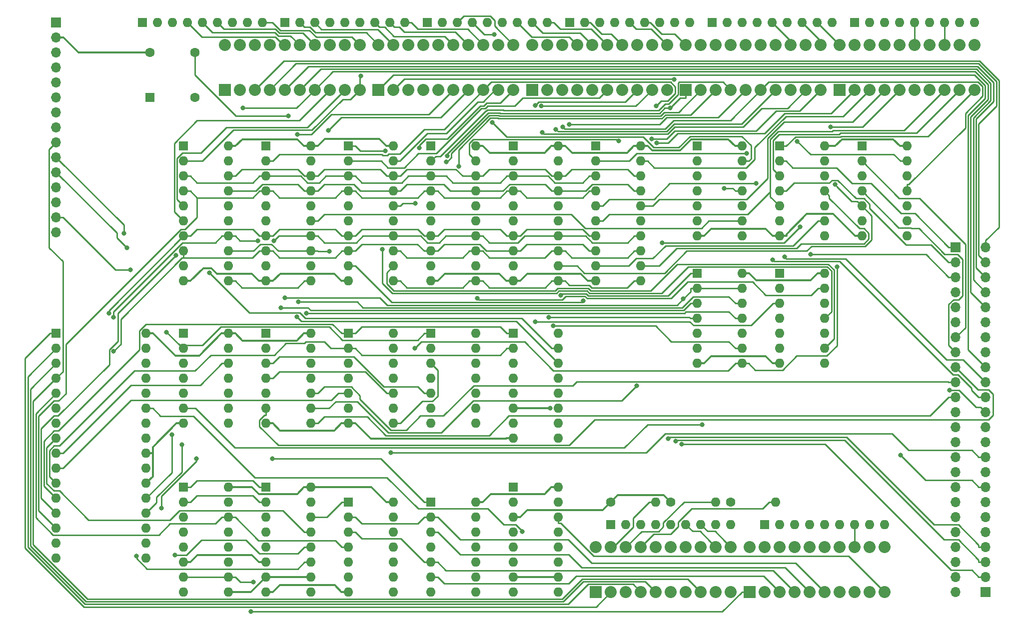
<source format=gtl>
G04 #@! TF.GenerationSoftware,KiCad,Pcbnew,5.0.2+dfsg1-1*
G04 #@! TF.CreationDate,2019-08-16T15:32:43+02:00*
G04 #@! TF.ProjectId,Controller,436f6e74-726f-46c6-9c65-722e6b696361,rev?*
G04 #@! TF.SameCoordinates,Original*
G04 #@! TF.FileFunction,Copper,L1,Top*
G04 #@! TF.FilePolarity,Positive*
%FSLAX46Y46*%
G04 Gerber Fmt 4.6, Leading zero omitted, Abs format (unit mm)*
G04 Created by KiCad (PCBNEW 5.0.2+dfsg1-1) date vr 16 aug 2019 15:32:43 CEST*
%MOMM*%
%LPD*%
G01*
G04 APERTURE LIST*
G04 #@! TA.AperFunction,ComponentPad*
%ADD10O,1.600000X1.600000*%
G04 #@! TD*
G04 #@! TA.AperFunction,ComponentPad*
%ADD11R,1.600000X1.600000*%
G04 #@! TD*
G04 #@! TA.AperFunction,ComponentPad*
%ADD12C,1.600000*%
G04 #@! TD*
G04 #@! TA.AperFunction,ComponentPad*
%ADD13O,1.700000X1.700000*%
G04 #@! TD*
G04 #@! TA.AperFunction,ComponentPad*
%ADD14R,1.700000X1.700000*%
G04 #@! TD*
G04 #@! TA.AperFunction,ComponentPad*
%ADD15C,2.032000*%
G04 #@! TD*
G04 #@! TA.AperFunction,ComponentPad*
%ADD16R,2.032000X2.032000*%
G04 #@! TD*
G04 #@! TA.AperFunction,ViaPad*
%ADD17C,0.800000*%
G04 #@! TD*
G04 #@! TA.AperFunction,Conductor*
%ADD18C,0.250000*%
G04 #@! TD*
G04 #@! TA.AperFunction,Conductor*
%ADD19C,0.350000*%
G04 #@! TD*
G04 APERTURE END LIST*
D10*
G04 #@! TO.P,U18,14*
G04 #@! TO.N,+5V*
X157480000Y-53975000D03*
G04 #@! TO.P,U18,7*
G04 #@! TO.N,GND*
X149860000Y-69215000D03*
G04 #@! TO.P,U18,13*
G04 #@! TO.N,C_load*
X157480000Y-56515000D03*
G04 #@! TO.P,U18,6*
G04 #@! TO.N,~B_out*
X149860000Y-66675000D03*
G04 #@! TO.P,U18,12*
G04 #@! TO.N,~C_load*
X157480000Y-59055000D03*
G04 #@! TO.P,U18,5*
G04 #@! TO.N,B_out*
X149860000Y-64135000D03*
G04 #@! TO.P,U18,11*
G04 #@! TO.N,C_out*
X157480000Y-61595000D03*
G04 #@! TO.P,U18,4*
G04 #@! TO.N,~A_load*
X149860000Y-61595000D03*
G04 #@! TO.P,U18,10*
G04 #@! TO.N,~C_out*
X157480000Y-64135000D03*
G04 #@! TO.P,U18,3*
G04 #@! TO.N,A_load*
X149860000Y-59055000D03*
G04 #@! TO.P,U18,9*
G04 #@! TO.N,B_load*
X157480000Y-66675000D03*
G04 #@! TO.P,U18,2*
G04 #@! TO.N,~A_out*
X149860000Y-56515000D03*
G04 #@! TO.P,U18,8*
G04 #@! TO.N,~B_load*
X157480000Y-69215000D03*
D11*
G04 #@! TO.P,U18,1*
G04 #@! TO.N,A_out*
X149860000Y-53975000D03*
G04 #@! TD*
D10*
G04 #@! TO.P,U10,32*
G04 #@! TO.N,+5V*
X42545000Y-85725000D03*
G04 #@! TO.P,U10,16*
G04 #@! TO.N,GND*
X27305000Y-123825000D03*
G04 #@! TO.P,U10,31*
G04 #@! TO.N,N/C*
X42545000Y-88265000D03*
G04 #@! TO.P,U10,15*
G04 #@! TO.N,DATA2*
X27305000Y-121285000D03*
G04 #@! TO.P,U10,30*
G04 #@! TO.N,FLAGS1_Fz*
X42545000Y-90805000D03*
G04 #@! TO.P,U10,14*
G04 #@! TO.N,DATA1*
X27305000Y-118745000D03*
G04 #@! TO.P,U10,29*
G04 #@! TO.N,INSTRUCTION6*
X42545000Y-93345000D03*
G04 #@! TO.P,U10,13*
G04 #@! TO.N,DATA0*
X27305000Y-116205000D03*
G04 #@! TO.P,U10,28*
G04 #@! TO.N,INSTRUCTION5*
X42545000Y-95885000D03*
G04 #@! TO.P,U10,12*
G04 #@! TO.N,BANK0*
X27305000Y-113665000D03*
G04 #@! TO.P,U10,27*
G04 #@! TO.N,INSTRUCTION0*
X42545000Y-98425000D03*
G04 #@! TO.P,U10,11*
G04 #@! TO.N,BANK1*
X27305000Y-111125000D03*
G04 #@! TO.P,U10,26*
G04 #@! TO.N,INSTRUCTION1*
X42545000Y-100965000D03*
G04 #@! TO.P,U10,10*
G04 #@! TO.N,BANK2*
X27305000Y-108585000D03*
G04 #@! TO.P,U10,25*
G04 #@! TO.N,INSTRUCTION3*
X42545000Y-103505000D03*
G04 #@! TO.P,U10,9*
G04 #@! TO.N,TSTATE0*
X27305000Y-106045000D03*
G04 #@! TO.P,U10,24*
G04 #@! TO.N,GND*
X42545000Y-106045000D03*
G04 #@! TO.P,U10,8*
G04 #@! TO.N,TSTATE1*
X27305000Y-103505000D03*
G04 #@! TO.P,U10,23*
G04 #@! TO.N,INSTRUCTION2*
X42545000Y-108585000D03*
G04 #@! TO.P,U10,7*
G04 #@! TO.N,TSTATE2*
X27305000Y-100965000D03*
G04 #@! TO.P,U10,22*
G04 #@! TO.N,GND*
X42545000Y-111125000D03*
G04 #@! TO.P,U10,6*
G04 #@! TO.N,TSTATE3*
X27305000Y-98425000D03*
G04 #@! TO.P,U10,21*
G04 #@! TO.N,DATA7*
X42545000Y-113665000D03*
G04 #@! TO.P,U10,5*
G04 #@! TO.N,TSTATE4*
X27305000Y-95885000D03*
G04 #@! TO.P,U10,20*
G04 #@! TO.N,DATA6*
X42545000Y-116205000D03*
G04 #@! TO.P,U10,4*
G04 #@! TO.N,INSTRUCTION4*
X27305000Y-93345000D03*
G04 #@! TO.P,U10,19*
G04 #@! TO.N,DATA5*
X42545000Y-118745000D03*
G04 #@! TO.P,U10,3*
G04 #@! TO.N,INSTRUCTION7*
X27305000Y-90805000D03*
G04 #@! TO.P,U10,18*
G04 #@! TO.N,DATA4*
X42545000Y-121285000D03*
G04 #@! TO.P,U10,2*
G04 #@! TO.N,FLAGS0_Fc*
X27305000Y-88265000D03*
G04 #@! TO.P,U10,17*
G04 #@! TO.N,DATA3*
X42545000Y-123825000D03*
D11*
G04 #@! TO.P,U10,1*
G04 #@! TO.N,FLAGS2_Fcmp*
X27305000Y-85725000D03*
G04 #@! TD*
D12*
G04 #@! TO.P,Y1,2*
G04 #@! TO.N,GND*
X50800000Y-45720000D03*
G04 #@! TO.P,Y1,3*
G04 #@! TO.N,CLOCK_INTERNAL*
X50800000Y-38100000D03*
G04 #@! TO.P,Y1,1*
G04 #@! TO.N,+5V*
X43180000Y-38100000D03*
D11*
G04 #@! TO.P,Y1,4*
G04 #@! TO.N,N/C*
X43180000Y-45720000D03*
G04 #@! TD*
D10*
G04 #@! TO.P,U22,14*
G04 #@! TO.N,+5V*
X143510000Y-53975000D03*
G04 #@! TO.P,U22,7*
G04 #@! TO.N,GND*
X135890000Y-69215000D03*
G04 #@! TO.P,U22,13*
G04 #@! TO.N,IN_out*
X143510000Y-56515000D03*
G04 #@! TO.P,U22,6*
G04 #@! TO.N,~MEM_RAM_load*
X135890000Y-66675000D03*
G04 #@! TO.P,U22,12*
G04 #@! TO.N,~IN_out*
X143510000Y-59055000D03*
G04 #@! TO.P,U22,5*
G04 #@! TO.N,MEM_RAM_load*
X135890000Y-64135000D03*
G04 #@! TO.P,U22,11*
G04 #@! TO.N,OUT2_load*
X143510000Y-61595000D03*
G04 #@! TO.P,U22,4*
G04 #@! TO.N,~STK_MAR_out*
X135890000Y-61595000D03*
G04 #@! TO.P,U22,10*
G04 #@! TO.N,~OUT2_load*
X143510000Y-64135000D03*
G04 #@! TO.P,U22,3*
G04 #@! TO.N,STK_MAR_out*
X135890000Y-59055000D03*
G04 #@! TO.P,U22,9*
G04 #@! TO.N,OUT1_load*
X143510000Y-66675000D03*
G04 #@! TO.P,U22,2*
G04 #@! TO.N,~MAR_ZP*
X135890000Y-56515000D03*
G04 #@! TO.P,U22,8*
G04 #@! TO.N,~OUT1_load*
X143510000Y-69215000D03*
D11*
G04 #@! TO.P,U22,1*
G04 #@! TO.N,MAR_ZP*
X135890000Y-53975000D03*
G04 #@! TD*
D10*
G04 #@! TO.P,U21,14*
G04 #@! TO.N,+5V*
X157480000Y-75565000D03*
G04 #@! TO.P,U21,7*
G04 #@! TO.N,GND*
X149860000Y-90805000D03*
G04 #@! TO.P,U21,13*
G04 #@! TO.N,MAR_HB_load*
X157480000Y-78105000D03*
G04 #@! TO.P,U21,6*
G04 #@! TO.N,~ALU_AY_load*
X149860000Y-88265000D03*
G04 #@! TO.P,U21,12*
G04 #@! TO.N,~MAR_HB_load*
X157480000Y-80645000D03*
G04 #@! TO.P,U21,5*
G04 #@! TO.N,ALU_AY_load*
X149860000Y-85725000D03*
G04 #@! TO.P,U21,11*
G04 #@! TO.N,MAR_LB_load*
X157480000Y-83185000D03*
G04 #@! TO.P,U21,4*
G04 #@! TO.N,~ALU_AX_load*
X149860000Y-83185000D03*
G04 #@! TO.P,U21,10*
G04 #@! TO.N,~MAR_LB_load*
X157480000Y-85725000D03*
G04 #@! TO.P,U21,3*
G04 #@! TO.N,ALU_AX_load*
X149860000Y-80645000D03*
G04 #@! TO.P,U21,9*
G04 #@! TO.N,ALU_out*
X157480000Y-88265000D03*
G04 #@! TO.P,U21,2*
G04 #@! TO.N,~STK_reset*
X149860000Y-78105000D03*
G04 #@! TO.P,U21,8*
G04 #@! TO.N,~ALU_out*
X157480000Y-90805000D03*
D11*
G04 #@! TO.P,U21,1*
G04 #@! TO.N,STK_reset*
X149860000Y-75565000D03*
G04 #@! TD*
D10*
G04 #@! TO.P,U20,14*
G04 #@! TO.N,+5V*
X143510000Y-75565000D03*
G04 #@! TO.P,U20,7*
G04 #@! TO.N,GND*
X135890000Y-90805000D03*
G04 #@! TO.P,U20,13*
G04 #@! TO.N,TSTATE=1*
X143510000Y-78105000D03*
G04 #@! TO.P,U20,6*
G04 #@! TO.N,PC_inc_LED*
X135890000Y-88265000D03*
G04 #@! TO.P,U20,12*
G04 #@! TO.N,MEM_out*
X143510000Y-80645000D03*
G04 #@! TO.P,U20,5*
G04 #@! TO.N,TSTATE=1*
X135890000Y-85725000D03*
G04 #@! TO.P,U20,11*
G04 #@! TO.N,MEM_out_LED*
X143510000Y-83185000D03*
G04 #@! TO.P,U20,4*
G04 #@! TO.N,PC_inc_*
X135890000Y-83185000D03*
G04 #@! TO.P,U20,10*
G04 #@! TO.N,TSTATE=0*
X143510000Y-85725000D03*
G04 #@! TO.P,U20,3*
G04 #@! TO.N,IR_load_LED*
X135890000Y-80645000D03*
G04 #@! TO.P,U20,9*
G04 #@! TO.N,PC_MAR_out*
X143510000Y-88265000D03*
G04 #@! TO.P,U20,2*
G04 #@! TO.N,TSTATE=1*
X135890000Y-78105000D03*
G04 #@! TO.P,U20,8*
G04 #@! TO.N,PC_MAR_out_LED*
X143510000Y-90805000D03*
D11*
G04 #@! TO.P,U20,1*
G04 #@! TO.N,IR_load*
X135890000Y-75565000D03*
G04 #@! TD*
D10*
G04 #@! TO.P,U19,14*
G04 #@! TO.N,+5V*
X171450000Y-53975000D03*
G04 #@! TO.P,U19,7*
G04 #@! TO.N,GND*
X163830000Y-69215000D03*
G04 #@! TO.P,U19,13*
G04 #@! TO.N,PC_H_out*
X171450000Y-56515000D03*
G04 #@! TO.P,U19,6*
G04 #@! TO.N,~PC_L_load*
X163830000Y-66675000D03*
G04 #@! TO.P,U19,12*
G04 #@! TO.N,~PC_H_out*
X171450000Y-59055000D03*
G04 #@! TO.P,U19,5*
G04 #@! TO.N,PC_L_load*
X163830000Y-64135000D03*
G04 #@! TO.P,U19,11*
G04 #@! TO.N,PC_L_out*
X171450000Y-61595000D03*
G04 #@! TO.P,U19,4*
G04 #@! TO.N,~D_load*
X163830000Y-61595000D03*
G04 #@! TO.P,U19,10*
G04 #@! TO.N,~PC_L_out*
X171450000Y-64135000D03*
G04 #@! TO.P,U19,3*
G04 #@! TO.N,D_load*
X163830000Y-59055000D03*
G04 #@! TO.P,U19,9*
G04 #@! TO.N,PC_H_load*
X171450000Y-66675000D03*
G04 #@! TO.P,U19,2*
G04 #@! TO.N,~D_out*
X163830000Y-56515000D03*
G04 #@! TO.P,U19,8*
G04 #@! TO.N,~PC_H_load*
X171450000Y-69215000D03*
D11*
G04 #@! TO.P,U19,1*
G04 #@! TO.N,D_out*
X163830000Y-53975000D03*
G04 #@! TD*
D10*
G04 #@! TO.P,U17,20*
G04 #@! TO.N,+5V*
X56515000Y-53975000D03*
G04 #@! TO.P,U17,10*
G04 #@! TO.N,GND*
X48895000Y-76835000D03*
G04 #@! TO.P,U17,19*
G04 #@! TO.N,NC1*
X56515000Y-56515000D03*
G04 #@! TO.P,U17,9*
G04 #@! TO.N,FLAGS_Fc_load*
X48895000Y-74295000D03*
G04 #@! TO.P,U17,18*
G04 #@! TO.N,DATA7*
X56515000Y-59055000D03*
G04 #@! TO.P,U17,8*
G04 #@! TO.N,DATA3*
X48895000Y-71755000D03*
G04 #@! TO.P,U17,17*
G04 #@! TO.N,DATA6*
X56515000Y-61595000D03*
G04 #@! TO.P,U17,7*
G04 #@! TO.N,DATA2*
X48895000Y-69215000D03*
G04 #@! TO.P,U17,16*
G04 #@! TO.N,NC0*
X56515000Y-64135000D03*
G04 #@! TO.P,U17,6*
G04 #@! TO.N,FLAGS_Flt_load*
X48895000Y-66675000D03*
G04 #@! TO.P,U17,15*
G04 #@! TO.N,FLAGS_Fc_set*
X56515000Y-66675000D03*
G04 #@! TO.P,U17,5*
G04 #@! TO.N,FLAGS_Feq_load*
X48895000Y-64135000D03*
G04 #@! TO.P,U17,14*
G04 #@! TO.N,DATA5*
X56515000Y-69215000D03*
G04 #@! TO.P,U17,4*
G04 #@! TO.N,DATA1*
X48895000Y-61595000D03*
G04 #@! TO.P,U17,13*
G04 #@! TO.N,DATA4*
X56515000Y-71755000D03*
G04 #@! TO.P,U17,3*
G04 #@! TO.N,DATA0*
X48895000Y-59055000D03*
G04 #@! TO.P,U17,12*
G04 #@! TO.N,FLAGS_Fc_clear*
X56515000Y-74295000D03*
G04 #@! TO.P,U17,2*
G04 #@! TO.N,FLAGS_Fgt_load*
X48895000Y-56515000D03*
G04 #@! TO.P,U17,11*
G04 #@! TO.N,Net-(U12-Pad11)*
X56515000Y-76835000D03*
D11*
G04 #@! TO.P,U17,1*
G04 #@! TO.N,EN5*
X48895000Y-53975000D03*
G04 #@! TD*
D10*
G04 #@! TO.P,U16,20*
G04 #@! TO.N,+5V*
X70485000Y-53975000D03*
G04 #@! TO.P,U16,10*
G04 #@! TO.N,GND*
X62865000Y-76835000D03*
G04 #@! TO.P,U16,19*
G04 #@! TO.N,FLAGS_Fz_load*
X70485000Y-56515000D03*
G04 #@! TO.P,U16,9*
G04 #@! TO.N,TSTATE_reset*
X62865000Y-74295000D03*
G04 #@! TO.P,U16,18*
G04 #@! TO.N,DATA7*
X70485000Y-59055000D03*
G04 #@! TO.P,U16,8*
G04 #@! TO.N,DATA3*
X62865000Y-71755000D03*
G04 #@! TO.P,U16,17*
G04 #@! TO.N,DATA6*
X70485000Y-61595000D03*
G04 #@! TO.P,U16,7*
G04 #@! TO.N,DATA2*
X62865000Y-69215000D03*
G04 #@! TO.P,U16,16*
G04 #@! TO.N,OUT2_load*
X70485000Y-64135000D03*
G04 #@! TO.P,U16,6*
G04 #@! TO.N,CLOCK_halt*
X62865000Y-66675000D03*
G04 #@! TO.P,U16,15*
G04 #@! TO.N,OUT1_load*
X70485000Y-66675000D03*
G04 #@! TO.P,U16,5*
G04 #@! TO.N,MEM_out*
X62865000Y-64135000D03*
G04 #@! TO.P,U16,14*
G04 #@! TO.N,DATA5*
X70485000Y-69215000D03*
G04 #@! TO.P,U16,4*
G04 #@! TO.N,DATA1*
X62865000Y-61595000D03*
G04 #@! TO.P,U16,13*
G04 #@! TO.N,DATA4*
X70485000Y-71755000D03*
G04 #@! TO.P,U16,3*
G04 #@! TO.N,DATA0*
X62865000Y-59055000D03*
G04 #@! TO.P,U16,12*
G04 #@! TO.N,IN_out*
X70485000Y-74295000D03*
G04 #@! TO.P,U16,2*
G04 #@! TO.N,MEM_RAM_load*
X62865000Y-56515000D03*
G04 #@! TO.P,U16,11*
G04 #@! TO.N,Net-(U12-Pad11)*
X70485000Y-76835000D03*
D11*
G04 #@! TO.P,U16,1*
G04 #@! TO.N,EN4*
X62865000Y-53975000D03*
G04 #@! TD*
D10*
G04 #@! TO.P,U15,20*
G04 #@! TO.N,+5V*
X84455000Y-53975000D03*
G04 #@! TO.P,U15,10*
G04 #@! TO.N,GND*
X76835000Y-76835000D03*
G04 #@! TO.P,U15,19*
G04 #@! TO.N,MAR_ZP*
X84455000Y-56515000D03*
G04 #@! TO.P,U15,9*
G04 #@! TO.N,ALU_shr*
X76835000Y-74295000D03*
G04 #@! TO.P,U15,18*
G04 #@! TO.N,DATA7*
X84455000Y-59055000D03*
G04 #@! TO.P,U15,8*
G04 #@! TO.N,DATA3*
X76835000Y-71755000D03*
G04 #@! TO.P,U15,17*
G04 #@! TO.N,DATA6*
X84455000Y-61595000D03*
G04 #@! TO.P,U15,7*
G04 #@! TO.N,DATA2*
X76835000Y-69215000D03*
G04 #@! TO.P,U15,16*
G04 #@! TO.N,MAR_HB_load*
X84455000Y-64135000D03*
G04 #@! TO.P,U15,6*
G04 #@! TO.N,ALU_m*
X76835000Y-66675000D03*
G04 #@! TO.P,U15,15*
G04 #@! TO.N,MAR_LB_load*
X84455000Y-66675000D03*
G04 #@! TO.P,U15,5*
G04 #@! TO.N,ALU_s3*
X76835000Y-64135000D03*
G04 #@! TO.P,U15,14*
G04 #@! TO.N,DATA5*
X84455000Y-69215000D03*
G04 #@! TO.P,U15,4*
G04 #@! TO.N,DATA1*
X76835000Y-61595000D03*
G04 #@! TO.P,U15,13*
G04 #@! TO.N,DATA4*
X84455000Y-71755000D03*
G04 #@! TO.P,U15,3*
G04 #@! TO.N,DATA0*
X76835000Y-59055000D03*
G04 #@! TO.P,U15,12*
G04 #@! TO.N,ALU_out*
X84455000Y-74295000D03*
G04 #@! TO.P,U15,2*
G04 #@! TO.N,ALU_s2*
X76835000Y-56515000D03*
G04 #@! TO.P,U15,11*
G04 #@! TO.N,Net-(U12-Pad11)*
X84455000Y-76835000D03*
D11*
G04 #@! TO.P,U15,1*
G04 #@! TO.N,EN3*
X76835000Y-53975000D03*
G04 #@! TD*
D10*
G04 #@! TO.P,U14,20*
G04 #@! TO.N,+5V*
X98425000Y-53975000D03*
G04 #@! TO.P,U14,10*
G04 #@! TO.N,GND*
X90805000Y-76835000D03*
G04 #@! TO.P,U14,19*
G04 #@! TO.N,ALU_s1*
X98425000Y-56515000D03*
G04 #@! TO.P,U14,9*
G04 #@! TO.N,STK_MAR_out*
X90805000Y-74295000D03*
G04 #@! TO.P,U14,18*
G04 #@! TO.N,DATA7*
X98425000Y-59055000D03*
G04 #@! TO.P,U14,8*
G04 #@! TO.N,DATA3*
X90805000Y-71755000D03*
G04 #@! TO.P,U14,17*
G04 #@! TO.N,DATA6*
X98425000Y-61595000D03*
G04 #@! TO.P,U14,7*
G04 #@! TO.N,DATA2*
X90805000Y-69215000D03*
G04 #@! TO.P,U14,16*
G04 #@! TO.N,ALU_s0*
X98425000Y-64135000D03*
G04 #@! TO.P,U14,6*
G04 #@! TO.N,STK_reset*
X90805000Y-66675000D03*
G04 #@! TO.P,U14,15*
G04 #@! TO.N,ALU_AY_load*
X98425000Y-66675000D03*
G04 #@! TO.P,U14,5*
G04 #@! TO.N,STK_dec*
X90805000Y-64135000D03*
G04 #@! TO.P,U14,14*
G04 #@! TO.N,DATA5*
X98425000Y-69215000D03*
G04 #@! TO.P,U14,4*
G04 #@! TO.N,DATA1*
X90805000Y-61595000D03*
G04 #@! TO.P,U14,13*
G04 #@! TO.N,DATA4*
X98425000Y-71755000D03*
G04 #@! TO.P,U14,3*
G04 #@! TO.N,DATA0*
X90805000Y-59055000D03*
G04 #@! TO.P,U14,12*
G04 #@! TO.N,ALU_AX_load*
X98425000Y-74295000D03*
G04 #@! TO.P,U14,2*
G04 #@! TO.N,STK_inc*
X90805000Y-56515000D03*
G04 #@! TO.P,U14,11*
G04 #@! TO.N,Net-(U12-Pad11)*
X98425000Y-76835000D03*
D11*
G04 #@! TO.P,U14,1*
G04 #@! TO.N,EN2*
X90805000Y-53975000D03*
G04 #@! TD*
D10*
G04 #@! TO.P,U13,20*
G04 #@! TO.N,+5V*
X112395000Y-53975000D03*
G04 #@! TO.P,U13,10*
G04 #@! TO.N,GND*
X104775000Y-76835000D03*
G04 #@! TO.P,U13,19*
G04 #@! TO.N,PC_H_out*
X112395000Y-56515000D03*
G04 #@! TO.P,U13,9*
G04 #@! TO.N,PC_dec*
X104775000Y-74295000D03*
G04 #@! TO.P,U13,18*
G04 #@! TO.N,DATA7*
X112395000Y-59055000D03*
G04 #@! TO.P,U13,8*
G04 #@! TO.N,DATA3*
X104775000Y-71755000D03*
G04 #@! TO.P,U13,17*
G04 #@! TO.N,DATA6*
X112395000Y-61595000D03*
G04 #@! TO.P,U13,7*
G04 #@! TO.N,DATA2*
X104775000Y-69215000D03*
G04 #@! TO.P,U13,16*
G04 #@! TO.N,PC_L_out*
X112395000Y-64135000D03*
G04 #@! TO.P,U13,6*
G04 #@! TO.N,PC_inc_*
X104775000Y-66675000D03*
G04 #@! TO.P,U13,15*
G04 #@! TO.N,PC_H_load*
X112395000Y-66675000D03*
G04 #@! TO.P,U13,5*
G04 #@! TO.N,PC_MAR_out*
X104775000Y-64135000D03*
G04 #@! TO.P,U13,14*
G04 #@! TO.N,DATA5*
X112395000Y-69215000D03*
G04 #@! TO.P,U13,4*
G04 #@! TO.N,DATA1*
X104775000Y-61595000D03*
G04 #@! TO.P,U13,13*
G04 #@! TO.N,DATA4*
X112395000Y-71755000D03*
G04 #@! TO.P,U13,3*
G04 #@! TO.N,DATA0*
X104775000Y-59055000D03*
G04 #@! TO.P,U13,12*
G04 #@! TO.N,PC_L_load*
X112395000Y-74295000D03*
G04 #@! TO.P,U13,2*
G04 #@! TO.N,IR_load*
X104775000Y-56515000D03*
G04 #@! TO.P,U13,11*
G04 #@! TO.N,Net-(U12-Pad11)*
X112395000Y-76835000D03*
D11*
G04 #@! TO.P,U13,1*
G04 #@! TO.N,EN1*
X104775000Y-53975000D03*
G04 #@! TD*
D10*
G04 #@! TO.P,U12,20*
G04 #@! TO.N,+5V*
X126365000Y-53975000D03*
G04 #@! TO.P,U12,10*
G04 #@! TO.N,GND*
X118745000Y-76835000D03*
G04 #@! TO.P,U12,19*
G04 #@! TO.N,D_load*
X126365000Y-56515000D03*
G04 #@! TO.P,U12,9*
G04 #@! TO.N,B_load*
X118745000Y-74295000D03*
G04 #@! TO.P,U12,18*
G04 #@! TO.N,DATA7*
X126365000Y-59055000D03*
G04 #@! TO.P,U12,8*
G04 #@! TO.N,DATA3*
X118745000Y-71755000D03*
G04 #@! TO.P,U12,17*
G04 #@! TO.N,DATA6*
X126365000Y-61595000D03*
G04 #@! TO.P,U12,7*
G04 #@! TO.N,DATA2*
X118745000Y-69215000D03*
G04 #@! TO.P,U12,16*
G04 #@! TO.N,D_out*
X126365000Y-64135000D03*
G04 #@! TO.P,U12,6*
G04 #@! TO.N,B_out*
X118745000Y-66675000D03*
G04 #@! TO.P,U12,15*
G04 #@! TO.N,C_load*
X126365000Y-66675000D03*
G04 #@! TO.P,U12,5*
G04 #@! TO.N,A_load*
X118745000Y-64135000D03*
G04 #@! TO.P,U12,14*
G04 #@! TO.N,DATA5*
X126365000Y-69215000D03*
G04 #@! TO.P,U12,4*
G04 #@! TO.N,DATA1*
X118745000Y-61595000D03*
G04 #@! TO.P,U12,13*
G04 #@! TO.N,DATA4*
X126365000Y-71755000D03*
G04 #@! TO.P,U12,3*
G04 #@! TO.N,DATA0*
X118745000Y-59055000D03*
G04 #@! TO.P,U12,12*
G04 #@! TO.N,C_out*
X126365000Y-74295000D03*
G04 #@! TO.P,U12,2*
G04 #@! TO.N,A_out*
X118745000Y-56515000D03*
G04 #@! TO.P,U12,11*
G04 #@! TO.N,Net-(U12-Pad11)*
X126365000Y-76835000D03*
D11*
G04 #@! TO.P,U12,1*
G04 #@! TO.N,EN0*
X118745000Y-53975000D03*
G04 #@! TD*
D10*
G04 #@! TO.P,U11,16*
G04 #@! TO.N,+5V*
X112395000Y-85725000D03*
G04 #@! TO.P,U11,8*
G04 #@! TO.N,GND*
X104775000Y-103505000D03*
G04 #@! TO.P,U11,15*
G04 #@! TO.N,EN5*
X112395000Y-88265000D03*
G04 #@! TO.P,U11,7*
G04 #@! TO.N,Net-(U11-Pad7)*
X104775000Y-100965000D03*
G04 #@! TO.P,U11,14*
G04 #@! TO.N,EN4*
X112395000Y-90805000D03*
G04 #@! TO.P,U11,6*
G04 #@! TO.N,+5V*
X104775000Y-98425000D03*
G04 #@! TO.P,U11,13*
G04 #@! TO.N,EN3*
X112395000Y-93345000D03*
G04 #@! TO.P,U11,5*
G04 #@! TO.N,GND*
X104775000Y-95885000D03*
G04 #@! TO.P,U11,12*
G04 #@! TO.N,EN2*
X112395000Y-95885000D03*
G04 #@! TO.P,U11,4*
G04 #@! TO.N,GND*
X104775000Y-93345000D03*
G04 #@! TO.P,U11,11*
G04 #@! TO.N,EN1*
X112395000Y-98425000D03*
G04 #@! TO.P,U11,3*
G04 #@! TO.N,BANK2*
X104775000Y-90805000D03*
G04 #@! TO.P,U11,10*
G04 #@! TO.N,EN0*
X112395000Y-100965000D03*
G04 #@! TO.P,U11,2*
G04 #@! TO.N,BANK1*
X104775000Y-88265000D03*
G04 #@! TO.P,U11,9*
G04 #@! TO.N,Net-(U11-Pad9)*
X112395000Y-103505000D03*
D11*
G04 #@! TO.P,U11,1*
G04 #@! TO.N,BANK0*
X104775000Y-85725000D03*
G04 #@! TD*
D10*
G04 #@! TO.P,U9,14*
G04 #@! TO.N,N/C*
X98425000Y-85725000D03*
G04 #@! TO.P,U9,7*
X90805000Y-100965000D03*
G04 #@! TO.P,U9,13*
X98425000Y-88265000D03*
G04 #@! TO.P,U9,6*
G04 #@! TO.N,Net-(U9-Pad6)*
X90805000Y-98425000D03*
G04 #@! TO.P,U9,12*
G04 #@! TO.N,N/C*
X98425000Y-90805000D03*
G04 #@! TO.P,U9,5*
G04 #@! TO.N,LOAD_DONE*
X90805000Y-95885000D03*
G04 #@! TO.P,U9,11*
G04 #@! TO.N,N/C*
X98425000Y-93345000D03*
G04 #@! TO.P,U9,4*
G04 #@! TO.N,Net-(U9-Pad4)*
X90805000Y-93345000D03*
G04 #@! TO.P,U9,10*
G04 #@! TO.N,N/C*
X98425000Y-95885000D03*
G04 #@! TO.P,U9,3*
G04 #@! TO.N,Net-(U12-Pad11)*
X90805000Y-90805000D03*
G04 #@! TO.P,U9,9*
G04 #@! TO.N,N/C*
X98425000Y-98425000D03*
G04 #@! TO.P,U9,2*
G04 #@! TO.N,Net-(U2-Pad6)*
X90805000Y-88265000D03*
G04 #@! TO.P,U9,8*
G04 #@! TO.N,N/C*
X98425000Y-100965000D03*
D11*
G04 #@! TO.P,U9,1*
G04 #@! TO.N,~CLOCK*
X90805000Y-85725000D03*
G04 #@! TD*
D10*
G04 #@! TO.P,U8,16*
G04 #@! TO.N,+5V*
X112395000Y-111760000D03*
G04 #@! TO.P,U8,8*
G04 #@! TO.N,GND*
X104775000Y-129540000D03*
G04 #@! TO.P,U8,15*
G04 #@! TO.N,Net-(U8-Pad15)*
X112395000Y-114300000D03*
G04 #@! TO.P,U8,7*
G04 #@! TO.N,+5V*
X104775000Y-127000000D03*
G04 #@! TO.P,U8,14*
G04 #@! TO.N,BANK0*
X112395000Y-116840000D03*
G04 #@! TO.P,U8,6*
G04 #@! TO.N,GND*
X104775000Y-124460000D03*
G04 #@! TO.P,U8,13*
G04 #@! TO.N,BANK1*
X112395000Y-119380000D03*
G04 #@! TO.P,U8,5*
G04 #@! TO.N,GND*
X104775000Y-121920000D03*
G04 #@! TO.P,U8,12*
G04 #@! TO.N,BANK2*
X112395000Y-121920000D03*
G04 #@! TO.P,U8,4*
G04 #@! TO.N,GND*
X104775000Y-119380000D03*
G04 #@! TO.P,U8,11*
G04 #@! TO.N,Net-(U8-Pad11)*
X112395000Y-124460000D03*
G04 #@! TO.P,U8,3*
G04 #@! TO.N,GND*
X104775000Y-116840000D03*
G04 #@! TO.P,U8,10*
G04 #@! TO.N,+5V*
X112395000Y-127000000D03*
G04 #@! TO.P,U8,2*
G04 #@! TO.N,CLOCK_INTERNAL*
X104775000Y-114300000D03*
G04 #@! TO.P,U8,9*
G04 #@! TO.N,+5V*
X112395000Y-129540000D03*
D11*
G04 #@! TO.P,U8,1*
G04 #@! TO.N,Net-(U2-Pad10)*
X104775000Y-111760000D03*
G04 #@! TD*
G04 #@! TO.P,U7,1*
G04 #@! TO.N,Net-(U3-Pad2)*
X62865000Y-111760000D03*
D10*
G04 #@! TO.P,U7,9*
G04 #@! TO.N,+5V*
X70485000Y-129540000D03*
G04 #@! TO.P,U7,2*
G04 #@! TO.N,CLOCK*
X62865000Y-114300000D03*
G04 #@! TO.P,U7,10*
G04 #@! TO.N,+5V*
X70485000Y-127000000D03*
G04 #@! TO.P,U7,3*
G04 #@! TO.N,GND*
X62865000Y-116840000D03*
G04 #@! TO.P,U7,11*
G04 #@! TO.N,TSTATE3*
X70485000Y-124460000D03*
G04 #@! TO.P,U7,4*
G04 #@! TO.N,GND*
X62865000Y-119380000D03*
G04 #@! TO.P,U7,12*
G04 #@! TO.N,TSTATE2*
X70485000Y-121920000D03*
G04 #@! TO.P,U7,5*
G04 #@! TO.N,GND*
X62865000Y-121920000D03*
G04 #@! TO.P,U7,13*
G04 #@! TO.N,TSTATE1*
X70485000Y-119380000D03*
G04 #@! TO.P,U7,6*
G04 #@! TO.N,GND*
X62865000Y-124460000D03*
G04 #@! TO.P,U7,14*
G04 #@! TO.N,TSTATE0*
X70485000Y-116840000D03*
G04 #@! TO.P,U7,7*
G04 #@! TO.N,+5V*
X62865000Y-127000000D03*
G04 #@! TO.P,U7,15*
G04 #@! TO.N,Net-(U6-Pad10)*
X70485000Y-114300000D03*
G04 #@! TO.P,U7,8*
G04 #@! TO.N,GND*
X62865000Y-129540000D03*
G04 #@! TO.P,U7,16*
G04 #@! TO.N,+5V*
X70485000Y-111760000D03*
G04 #@! TD*
D11*
G04 #@! TO.P,U6,1*
G04 #@! TO.N,Net-(U3-Pad2)*
X48895000Y-111760000D03*
D10*
G04 #@! TO.P,U6,9*
G04 #@! TO.N,+5V*
X56515000Y-129540000D03*
G04 #@! TO.P,U6,2*
G04 #@! TO.N,CLOCK*
X48895000Y-114300000D03*
G04 #@! TO.P,U6,10*
G04 #@! TO.N,Net-(U6-Pad10)*
X56515000Y-127000000D03*
G04 #@! TO.P,U6,3*
G04 #@! TO.N,GND*
X48895000Y-116840000D03*
G04 #@! TO.P,U6,11*
G04 #@! TO.N,Net-(U6-Pad11)*
X56515000Y-124460000D03*
G04 #@! TO.P,U6,4*
G04 #@! TO.N,GND*
X48895000Y-119380000D03*
G04 #@! TO.P,U6,12*
G04 #@! TO.N,Net-(U6-Pad12)*
X56515000Y-121920000D03*
G04 #@! TO.P,U6,5*
G04 #@! TO.N,GND*
X48895000Y-121920000D03*
G04 #@! TO.P,U6,13*
G04 #@! TO.N,Net-(U6-Pad13)*
X56515000Y-119380000D03*
G04 #@! TO.P,U6,6*
G04 #@! TO.N,GND*
X48895000Y-124460000D03*
G04 #@! TO.P,U6,14*
G04 #@! TO.N,TSTATE4*
X56515000Y-116840000D03*
G04 #@! TO.P,U6,7*
G04 #@! TO.N,Net-(U6-Pad10)*
X48895000Y-127000000D03*
G04 #@! TO.P,U6,15*
G04 #@! TO.N,Net-(U6-Pad15)*
X56515000Y-114300000D03*
G04 #@! TO.P,U6,8*
G04 #@! TO.N,GND*
X48895000Y-129540000D03*
G04 #@! TO.P,U6,16*
G04 #@! TO.N,+5V*
X56515000Y-111760000D03*
G04 #@! TD*
G04 #@! TO.P,U5,14*
G04 #@! TO.N,+5V*
X98425000Y-114300000D03*
G04 #@! TO.P,U5,7*
G04 #@! TO.N,GND*
X90805000Y-129540000D03*
G04 #@! TO.P,U5,13*
G04 #@! TO.N,N/C*
X98425000Y-116840000D03*
G04 #@! TO.P,U5,6*
G04 #@! TO.N,TSTATE4*
X90805000Y-127000000D03*
G04 #@! TO.P,U5,12*
G04 #@! TO.N,N/C*
X98425000Y-119380000D03*
G04 #@! TO.P,U5,5*
G04 #@! TO.N,TSTATE3*
X90805000Y-124460000D03*
G04 #@! TO.P,U5,11*
G04 #@! TO.N,N/C*
X98425000Y-121920000D03*
G04 #@! TO.P,U5,4*
G04 #@! TO.N,Net-(U1-Pad10)*
X90805000Y-121920000D03*
G04 #@! TO.P,U5,10*
G04 #@! TO.N,N/C*
X98425000Y-124460000D03*
G04 #@! TO.P,U5,3*
G04 #@! TO.N,TSTATE2*
X90805000Y-119380000D03*
G04 #@! TO.P,U5,9*
G04 #@! TO.N,N/C*
X98425000Y-127000000D03*
G04 #@! TO.P,U5,2*
G04 #@! TO.N,TSTATE1*
X90805000Y-116840000D03*
G04 #@! TO.P,U5,8*
G04 #@! TO.N,N/C*
X98425000Y-129540000D03*
D11*
G04 #@! TO.P,U5,1*
G04 #@! TO.N,Net-(U1-Pad9)*
X90805000Y-114300000D03*
G04 #@! TD*
D10*
G04 #@! TO.P,U4,14*
G04 #@! TO.N,+5V*
X84455000Y-114300000D03*
G04 #@! TO.P,U4,7*
G04 #@! TO.N,GND*
X76835000Y-129540000D03*
G04 #@! TO.P,U4,13*
G04 #@! TO.N,TSTATE2*
X84455000Y-116840000D03*
G04 #@! TO.P,U4,6*
G04 #@! TO.N,Net-(U1-Pad5)*
X76835000Y-127000000D03*
G04 #@! TO.P,U4,12*
G04 #@! TO.N,Net-(U1-Pad4)*
X84455000Y-119380000D03*
G04 #@! TO.P,U4,5*
G04 #@! TO.N,GND*
X76835000Y-124460000D03*
G04 #@! TO.P,U4,11*
G04 #@! TO.N,N/C*
X84455000Y-121920000D03*
G04 #@! TO.P,U4,4*
G04 #@! TO.N,TSTATE4*
X76835000Y-121920000D03*
G04 #@! TO.P,U4,10*
G04 #@! TO.N,N/C*
X84455000Y-124460000D03*
G04 #@! TO.P,U4,3*
G04 #@! TO.N,TSTATE3*
X76835000Y-119380000D03*
G04 #@! TO.P,U4,9*
G04 #@! TO.N,N/C*
X84455000Y-127000000D03*
G04 #@! TO.P,U4,2*
G04 #@! TO.N,TSTATE1*
X76835000Y-116840000D03*
G04 #@! TO.P,U4,8*
G04 #@! TO.N,N/C*
X84455000Y-129540000D03*
D11*
G04 #@! TO.P,U4,1*
G04 #@! TO.N,TSTATE0*
X76835000Y-114300000D03*
G04 #@! TD*
G04 #@! TO.P,U3,1*
G04 #@! TO.N,Net-(U1-Pad3)*
X62865000Y-85725000D03*
D10*
G04 #@! TO.P,U3,8*
G04 #@! TO.N,PC_inc*
X70485000Y-100965000D03*
G04 #@! TO.P,U3,2*
G04 #@! TO.N,Net-(U3-Pad2)*
X62865000Y-88265000D03*
G04 #@! TO.P,U3,9*
G04 #@! TO.N,PC_inc_LED*
X70485000Y-98425000D03*
G04 #@! TO.P,U3,3*
G04 #@! TO.N,LOAD_DONE*
X62865000Y-90805000D03*
G04 #@! TO.P,U3,10*
G04 #@! TO.N,~PC_MAR_out*
X70485000Y-95885000D03*
G04 #@! TO.P,U3,4*
G04 #@! TO.N,Net-(U2-Pad10)*
X62865000Y-93345000D03*
G04 #@! TO.P,U3,11*
G04 #@! TO.N,PC_MAR_out_LED*
X70485000Y-93345000D03*
G04 #@! TO.P,U3,5*
G04 #@! TO.N,IR_load_LED*
X62865000Y-95885000D03*
G04 #@! TO.P,U3,12*
G04 #@! TO.N,~MEM_out*
X70485000Y-90805000D03*
G04 #@! TO.P,U3,6*
G04 #@! TO.N,~IR_load*
X62865000Y-98425000D03*
G04 #@! TO.P,U3,13*
G04 #@! TO.N,MEM_out_LED*
X70485000Y-88265000D03*
G04 #@! TO.P,U3,7*
G04 #@! TO.N,GND*
X62865000Y-100965000D03*
G04 #@! TO.P,U3,14*
G04 #@! TO.N,+5V*
X70485000Y-85725000D03*
G04 #@! TD*
G04 #@! TO.P,U2,14*
G04 #@! TO.N,+5V*
X84455000Y-85725000D03*
G04 #@! TO.P,U2,7*
G04 #@! TO.N,GND*
X76835000Y-100965000D03*
G04 #@! TO.P,U2,13*
G04 #@! TO.N,N/C*
X84455000Y-88265000D03*
G04 #@! TO.P,U2,6*
G04 #@! TO.N,Net-(U2-Pad6)*
X76835000Y-98425000D03*
G04 #@! TO.P,U2,12*
G04 #@! TO.N,N/C*
X84455000Y-90805000D03*
G04 #@! TO.P,U2,5*
G04 #@! TO.N,BANK2*
X76835000Y-95885000D03*
G04 #@! TO.P,U2,11*
G04 #@! TO.N,N/C*
X84455000Y-93345000D03*
G04 #@! TO.P,U2,4*
G04 #@! TO.N,Net-(U2-Pad3)*
X76835000Y-93345000D03*
G04 #@! TO.P,U2,10*
G04 #@! TO.N,Net-(U2-Pad10)*
X84455000Y-95885000D03*
G04 #@! TO.P,U2,3*
G04 #@! TO.N,Net-(U2-Pad3)*
X76835000Y-90805000D03*
G04 #@! TO.P,U2,9*
G04 #@! TO.N,CLOCK_INTERNAL*
X84455000Y-98425000D03*
G04 #@! TO.P,U2,2*
G04 #@! TO.N,BANK1*
X76835000Y-88265000D03*
G04 #@! TO.P,U2,8*
G04 #@! TO.N,Net-(U12-Pad11)*
X84455000Y-100965000D03*
D11*
G04 #@! TO.P,U2,1*
G04 #@! TO.N,BANK0*
X76835000Y-85725000D03*
G04 #@! TD*
G04 #@! TO.P,U1,1*
G04 #@! TO.N,TSTATE_reset*
X48895000Y-85725000D03*
D10*
G04 #@! TO.P,U1,8*
G04 #@! TO.N,Net-(U1-Pad13)*
X56515000Y-100965000D03*
G04 #@! TO.P,U1,2*
G04 #@! TO.N,~CLOCK*
X48895000Y-88265000D03*
G04 #@! TO.P,U1,9*
G04 #@! TO.N,Net-(U1-Pad9)*
X56515000Y-98425000D03*
G04 #@! TO.P,U1,3*
G04 #@! TO.N,Net-(U1-Pad3)*
X48895000Y-90805000D03*
G04 #@! TO.P,U1,10*
G04 #@! TO.N,Net-(U1-Pad10)*
X56515000Y-95885000D03*
G04 #@! TO.P,U1,4*
G04 #@! TO.N,Net-(U1-Pad4)*
X48895000Y-93345000D03*
G04 #@! TO.P,U1,11*
G04 #@! TO.N,TSTATE=1*
X56515000Y-93345000D03*
G04 #@! TO.P,U1,5*
G04 #@! TO.N,Net-(U1-Pad5)*
X48895000Y-95885000D03*
G04 #@! TO.P,U1,12*
G04 #@! TO.N,TSTATE0*
X56515000Y-90805000D03*
G04 #@! TO.P,U1,6*
G04 #@! TO.N,TSTATE=0*
X48895000Y-98425000D03*
G04 #@! TO.P,U1,13*
G04 #@! TO.N,Net-(U1-Pad13)*
X56515000Y-88265000D03*
G04 #@! TO.P,U1,7*
G04 #@! TO.N,GND*
X48895000Y-100965000D03*
G04 #@! TO.P,U1,14*
G04 #@! TO.N,+5V*
X56515000Y-85725000D03*
G04 #@! TD*
G04 #@! TO.P,RN8,9*
G04 #@! TO.N,Net-(BAR7-Pad11)*
X182880000Y-33020000D03*
G04 #@! TO.P,RN8,8*
G04 #@! TO.N,Net-(BAR7-Pad12)*
X180340000Y-33020000D03*
G04 #@! TO.P,RN8,7*
G04 #@! TO.N,Net-(BAR7-Pad13)*
X177800000Y-33020000D03*
G04 #@! TO.P,RN8,6*
G04 #@! TO.N,Net-(BAR7-Pad14)*
X175260000Y-33020000D03*
G04 #@! TO.P,RN8,5*
G04 #@! TO.N,Net-(BAR7-Pad15)*
X172720000Y-33020000D03*
G04 #@! TO.P,RN8,4*
G04 #@! TO.N,Net-(BAR7-Pad16)*
X170180000Y-33020000D03*
G04 #@! TO.P,RN8,3*
G04 #@! TO.N,Net-(BAR7-Pad17)*
X167640000Y-33020000D03*
G04 #@! TO.P,RN8,2*
G04 #@! TO.N,Net-(BAR7-Pad18)*
X165100000Y-33020000D03*
D11*
G04 #@! TO.P,RN8,1*
G04 #@! TO.N,GND*
X162560000Y-33020000D03*
G04 #@! TD*
D10*
G04 #@! TO.P,RN7,9*
G04 #@! TO.N,Net-(BAR7-Pad19)*
X158750000Y-33020000D03*
G04 #@! TO.P,RN7,8*
G04 #@! TO.N,Net-(BAR7-Pad20)*
X156210000Y-33020000D03*
G04 #@! TO.P,RN7,7*
G04 #@! TO.N,Net-(BAR6-Pad11)*
X153670000Y-33020000D03*
G04 #@! TO.P,RN7,6*
G04 #@! TO.N,Net-(BAR6-Pad12)*
X151130000Y-33020000D03*
G04 #@! TO.P,RN7,5*
G04 #@! TO.N,Net-(BAR6-Pad13)*
X148590000Y-33020000D03*
G04 #@! TO.P,RN7,4*
G04 #@! TO.N,Net-(BAR6-Pad14)*
X146050000Y-33020000D03*
G04 #@! TO.P,RN7,3*
G04 #@! TO.N,Net-(BAR6-Pad15)*
X143510000Y-33020000D03*
G04 #@! TO.P,RN7,2*
G04 #@! TO.N,Net-(BAR6-Pad16)*
X140970000Y-33020000D03*
D11*
G04 #@! TO.P,RN7,1*
G04 #@! TO.N,GND*
X138430000Y-33020000D03*
G04 #@! TD*
D10*
G04 #@! TO.P,RN6,9*
G04 #@! TO.N,Net-(BAR6-Pad17)*
X134620000Y-33020000D03*
G04 #@! TO.P,RN6,8*
G04 #@! TO.N,Net-(BAR6-Pad18)*
X132080000Y-33020000D03*
G04 #@! TO.P,RN6,7*
G04 #@! TO.N,Net-(BAR6-Pad19)*
X129540000Y-33020000D03*
G04 #@! TO.P,RN6,6*
G04 #@! TO.N,Net-(BAR6-Pad20)*
X127000000Y-33020000D03*
G04 #@! TO.P,RN6,5*
G04 #@! TO.N,Net-(BAR5-Pad11)*
X124460000Y-33020000D03*
G04 #@! TO.P,RN6,4*
G04 #@! TO.N,Net-(BAR5-Pad12)*
X121920000Y-33020000D03*
G04 #@! TO.P,RN6,3*
G04 #@! TO.N,Net-(BAR5-Pad13)*
X119380000Y-33020000D03*
G04 #@! TO.P,RN6,2*
G04 #@! TO.N,Net-(BAR5-Pad14)*
X116840000Y-33020000D03*
D11*
G04 #@! TO.P,RN6,1*
G04 #@! TO.N,GND*
X114300000Y-33020000D03*
G04 #@! TD*
D10*
G04 #@! TO.P,RN5,9*
G04 #@! TO.N,Net-(BAR5-Pad15)*
X110490000Y-33020000D03*
G04 #@! TO.P,RN5,8*
G04 #@! TO.N,Net-(BAR5-Pad16)*
X107950000Y-33020000D03*
G04 #@! TO.P,RN5,7*
G04 #@! TO.N,Net-(BAR5-Pad17)*
X105410000Y-33020000D03*
G04 #@! TO.P,RN5,6*
G04 #@! TO.N,Net-(BAR5-Pad18)*
X102870000Y-33020000D03*
G04 #@! TO.P,RN5,5*
G04 #@! TO.N,Net-(BAR5-Pad19)*
X100330000Y-33020000D03*
G04 #@! TO.P,RN5,4*
G04 #@! TO.N,Net-(BAR5-Pad20)*
X97790000Y-33020000D03*
G04 #@! TO.P,RN5,3*
G04 #@! TO.N,Net-(BAR4-Pad11)*
X95250000Y-33020000D03*
G04 #@! TO.P,RN5,2*
G04 #@! TO.N,Net-(BAR4-Pad12)*
X92710000Y-33020000D03*
D11*
G04 #@! TO.P,RN5,1*
G04 #@! TO.N,GND*
X90170000Y-33020000D03*
G04 #@! TD*
D10*
G04 #@! TO.P,RN4,9*
G04 #@! TO.N,Net-(BAR4-Pad13)*
X86360000Y-33020000D03*
G04 #@! TO.P,RN4,8*
G04 #@! TO.N,Net-(BAR4-Pad14)*
X83820000Y-33020000D03*
G04 #@! TO.P,RN4,7*
G04 #@! TO.N,Net-(BAR4-Pad15)*
X81280000Y-33020000D03*
G04 #@! TO.P,RN4,6*
G04 #@! TO.N,Net-(BAR4-Pad16)*
X78740000Y-33020000D03*
G04 #@! TO.P,RN4,5*
G04 #@! TO.N,Net-(BAR4-Pad17)*
X76200000Y-33020000D03*
G04 #@! TO.P,RN4,4*
G04 #@! TO.N,Net-(BAR4-Pad18)*
X73660000Y-33020000D03*
G04 #@! TO.P,RN4,3*
G04 #@! TO.N,Net-(BAR4-Pad19)*
X71120000Y-33020000D03*
G04 #@! TO.P,RN4,2*
G04 #@! TO.N,Net-(BAR4-Pad20)*
X68580000Y-33020000D03*
D11*
G04 #@! TO.P,RN4,1*
G04 #@! TO.N,GND*
X66040000Y-33020000D03*
G04 #@! TD*
D10*
G04 #@! TO.P,RN3,9*
G04 #@! TO.N,Net-(BAR3-Pad11)*
X62230000Y-33020000D03*
G04 #@! TO.P,RN3,8*
G04 #@! TO.N,Net-(BAR3-Pad12)*
X59690000Y-33020000D03*
G04 #@! TO.P,RN3,7*
G04 #@! TO.N,Net-(BAR3-Pad13)*
X57150000Y-33020000D03*
G04 #@! TO.P,RN3,6*
G04 #@! TO.N,Net-(BAR3-Pad14)*
X54610000Y-33020000D03*
G04 #@! TO.P,RN3,5*
G04 #@! TO.N,Net-(BAR3-Pad15)*
X52070000Y-33020000D03*
G04 #@! TO.P,RN3,4*
G04 #@! TO.N,Net-(BAR3-Pad16)*
X49530000Y-33020000D03*
G04 #@! TO.P,RN3,3*
G04 #@! TO.N,Net-(BAR3-Pad17)*
X46990000Y-33020000D03*
G04 #@! TO.P,RN3,2*
G04 #@! TO.N,Net-(BAR3-Pad18)*
X44450000Y-33020000D03*
D11*
G04 #@! TO.P,RN3,1*
G04 #@! TO.N,GND*
X41910000Y-33020000D03*
G04 #@! TD*
D10*
G04 #@! TO.P,RN2,9*
G04 #@! TO.N,Net-(BAR2-Pad11)*
X167640000Y-118110000D03*
G04 #@! TO.P,RN2,8*
G04 #@! TO.N,Net-(BAR2-Pad12)*
X165100000Y-118110000D03*
G04 #@! TO.P,RN2,7*
G04 #@! TO.N,Net-(BAR2-Pad13)*
X162560000Y-118110000D03*
G04 #@! TO.P,RN2,6*
G04 #@! TO.N,Net-(BAR2-Pad14)*
X160020000Y-118110000D03*
G04 #@! TO.P,RN2,5*
G04 #@! TO.N,Net-(BAR2-Pad15)*
X157480000Y-118110000D03*
G04 #@! TO.P,RN2,4*
G04 #@! TO.N,Net-(BAR2-Pad16)*
X154940000Y-118110000D03*
G04 #@! TO.P,RN2,3*
G04 #@! TO.N,Net-(BAR2-Pad17)*
X152400000Y-118110000D03*
G04 #@! TO.P,RN2,2*
G04 #@! TO.N,Net-(BAR2-Pad18)*
X149860000Y-118110000D03*
D11*
G04 #@! TO.P,RN2,1*
G04 #@! TO.N,GND*
X147320000Y-118110000D03*
G04 #@! TD*
D10*
G04 #@! TO.P,RN1,9*
G04 #@! TO.N,Net-(BAR2-Pad19)*
X141605000Y-118110000D03*
G04 #@! TO.P,RN1,8*
G04 #@! TO.N,Net-(BAR2-Pad20)*
X139065000Y-118110000D03*
G04 #@! TO.P,RN1,7*
G04 #@! TO.N,Net-(BAR1-Pad11)*
X136525000Y-118110000D03*
G04 #@! TO.P,RN1,6*
G04 #@! TO.N,Net-(BAR1-Pad12)*
X133985000Y-118110000D03*
G04 #@! TO.P,RN1,5*
G04 #@! TO.N,Net-(BAR1-Pad13)*
X131445000Y-118110000D03*
G04 #@! TO.P,RN1,4*
G04 #@! TO.N,Net-(BAR1-Pad14)*
X128905000Y-118110000D03*
G04 #@! TO.P,RN1,3*
G04 #@! TO.N,Net-(BAR1-Pad15)*
X126365000Y-118110000D03*
G04 #@! TO.P,RN1,2*
G04 #@! TO.N,Net-(BAR1-Pad16)*
X123825000Y-118110000D03*
D11*
G04 #@! TO.P,RN1,1*
G04 #@! TO.N,GND*
X121285000Y-118110000D03*
G04 #@! TD*
D10*
G04 #@! TO.P,R3,2*
G04 #@! TO.N,Net-(BAR1-Pad17)*
X149225000Y-114300000D03*
D12*
G04 #@! TO.P,R3,1*
G04 #@! TO.N,GND*
X141605000Y-114300000D03*
G04 #@! TD*
D10*
G04 #@! TO.P,R2,2*
G04 #@! TO.N,Net-(BAR1-Pad18)*
X139065000Y-114300000D03*
D12*
G04 #@! TO.P,R2,1*
G04 #@! TO.N,GND*
X131445000Y-114300000D03*
G04 #@! TD*
D10*
G04 #@! TO.P,R1,2*
G04 #@! TO.N,Net-(BAR1-Pad19)*
X128905000Y-114300000D03*
D12*
G04 #@! TO.P,R1,1*
G04 #@! TO.N,GND*
X121285000Y-114300000D03*
G04 #@! TD*
D13*
G04 #@! TO.P,J3,24*
G04 #@! TO.N,NC1*
X184785000Y-71120000D03*
G04 #@! TO.P,J3,23*
G04 #@! TO.N,NC0*
X184785000Y-73660000D03*
G04 #@! TO.P,J3,22*
G04 #@! TO.N,FLAGS_Fc_set*
X184785000Y-76200000D03*
G04 #@! TO.P,J3,21*
G04 #@! TO.N,FLAGS_Fc_clear*
X184785000Y-78740000D03*
G04 #@! TO.P,J3,20*
G04 #@! TO.N,FLAGS_Fc_load*
X184785000Y-81280000D03*
G04 #@! TO.P,J3,19*
G04 #@! TO.N,FLAGS_Flt_load*
X184785000Y-83820000D03*
G04 #@! TO.P,J3,18*
G04 #@! TO.N,FLAGS_Feq_load*
X184785000Y-86360000D03*
G04 #@! TO.P,J3,17*
G04 #@! TO.N,FLAGS_Fgt_load*
X184785000Y-88900000D03*
G04 #@! TO.P,J3,16*
G04 #@! TO.N,FLAGS_Fz_load*
X184785000Y-91440000D03*
G04 #@! TO.P,J3,15*
G04 #@! TO.N,~OUT2_load*
X184785000Y-93980000D03*
G04 #@! TO.P,J3,14*
G04 #@! TO.N,~OUT1_load*
X184785000Y-96520000D03*
G04 #@! TO.P,J3,13*
G04 #@! TO.N,~IN_out*
X184785000Y-99060000D03*
G04 #@! TO.P,J3,12*
G04 #@! TO.N,TSTATE_reset*
X184785000Y-101600000D03*
G04 #@! TO.P,J3,11*
G04 #@! TO.N,CLOCK_halt*
X184785000Y-104140000D03*
G04 #@! TO.P,J3,10*
G04 #@! TO.N,~MEM_out*
X184785000Y-106680000D03*
G04 #@! TO.P,J3,9*
G04 #@! TO.N,~MEM_RAM_load*
X184785000Y-109220000D03*
G04 #@! TO.P,J3,8*
G04 #@! TO.N,~MAR_ZP*
X184785000Y-111760000D03*
G04 #@! TO.P,J3,7*
G04 #@! TO.N,~MAR_HB_load*
X184785000Y-114300000D03*
G04 #@! TO.P,J3,6*
G04 #@! TO.N,~MAR_LB_load*
X184785000Y-116840000D03*
G04 #@! TO.P,J3,5*
G04 #@! TO.N,~ALU_out*
X184785000Y-119380000D03*
G04 #@! TO.P,J3,4*
G04 #@! TO.N,ALU_shr*
X184785000Y-121920000D03*
G04 #@! TO.P,J3,3*
G04 #@! TO.N,ALU_m*
X184785000Y-124460000D03*
G04 #@! TO.P,J3,2*
G04 #@! TO.N,ALU_s3*
X184785000Y-127000000D03*
D14*
G04 #@! TO.P,J3,1*
G04 #@! TO.N,ALU_s2*
X184785000Y-129540000D03*
G04 #@! TD*
D13*
G04 #@! TO.P,J2,24*
G04 #@! TO.N,ALU_s1*
X179705000Y-129540000D03*
G04 #@! TO.P,J2,23*
G04 #@! TO.N,ALU_s0*
X179705000Y-127000000D03*
G04 #@! TO.P,J2,22*
G04 #@! TO.N,~ALU_AY_load*
X179705000Y-124460000D03*
G04 #@! TO.P,J2,21*
G04 #@! TO.N,~ALU_AX_load*
X179705000Y-121920000D03*
G04 #@! TO.P,J2,20*
G04 #@! TO.N,~STK_MAR_out*
X179705000Y-119380000D03*
G04 #@! TO.P,J2,19*
G04 #@! TO.N,~STK_reset*
X179705000Y-116840000D03*
G04 #@! TO.P,J2,18*
G04 #@! TO.N,STK_dec*
X179705000Y-114300000D03*
G04 #@! TO.P,J2,17*
G04 #@! TO.N,STK_inc*
X179705000Y-111760000D03*
G04 #@! TO.P,J2,16*
G04 #@! TO.N,~PC_H_out*
X179705000Y-109220000D03*
G04 #@! TO.P,J2,15*
G04 #@! TO.N,~PC_L_out*
X179705000Y-106680000D03*
G04 #@! TO.P,J2,14*
G04 #@! TO.N,~PC_H_load*
X179705000Y-104140000D03*
G04 #@! TO.P,J2,13*
G04 #@! TO.N,~PC_L_load*
X179705000Y-101600000D03*
G04 #@! TO.P,J2,12*
G04 #@! TO.N,PC_dec*
X179705000Y-99060000D03*
G04 #@! TO.P,J2,11*
G04 #@! TO.N,PC_inc*
X179705000Y-96520000D03*
G04 #@! TO.P,J2,10*
G04 #@! TO.N,~PC_MAR_out*
X179705000Y-93980000D03*
G04 #@! TO.P,J2,9*
G04 #@! TO.N,~IR_load*
X179705000Y-91440000D03*
G04 #@! TO.P,J2,8*
G04 #@! TO.N,~D_load*
X179705000Y-88900000D03*
G04 #@! TO.P,J2,7*
G04 #@! TO.N,~D_out*
X179705000Y-86360000D03*
G04 #@! TO.P,J2,6*
G04 #@! TO.N,~C_load*
X179705000Y-83820000D03*
G04 #@! TO.P,J2,5*
G04 #@! TO.N,~C_out*
X179705000Y-81280000D03*
G04 #@! TO.P,J2,4*
G04 #@! TO.N,~B_load*
X179705000Y-78740000D03*
G04 #@! TO.P,J2,3*
G04 #@! TO.N,~B_out*
X179705000Y-76200000D03*
G04 #@! TO.P,J2,2*
G04 #@! TO.N,~A_load*
X179705000Y-73660000D03*
D14*
G04 #@! TO.P,J2,1*
G04 #@! TO.N,~A_out*
X179705000Y-71120000D03*
G04 #@! TD*
D13*
G04 #@! TO.P,J1,15*
G04 #@! TO.N,FLAGS2_Fcmp*
X27305000Y-68580000D03*
G04 #@! TO.P,J1,14*
G04 #@! TO.N,FLAGS1_Fz*
X27305000Y-66040000D03*
G04 #@! TO.P,J1,13*
G04 #@! TO.N,FLAGS0_Fc*
X27305000Y-63500000D03*
G04 #@! TO.P,J1,12*
G04 #@! TO.N,INSTRUCTION7*
X27305000Y-60960000D03*
G04 #@! TO.P,J1,11*
G04 #@! TO.N,INSTRUCTION6*
X27305000Y-58420000D03*
G04 #@! TO.P,J1,10*
G04 #@! TO.N,INSTRUCTION5*
X27305000Y-55880000D03*
G04 #@! TO.P,J1,9*
G04 #@! TO.N,INSTRUCTION4*
X27305000Y-53340000D03*
G04 #@! TO.P,J1,8*
G04 #@! TO.N,INSTRUCTION3*
X27305000Y-50800000D03*
G04 #@! TO.P,J1,7*
G04 #@! TO.N,INSTRUCTION2*
X27305000Y-48260000D03*
G04 #@! TO.P,J1,6*
G04 #@! TO.N,INSTRUCTION1*
X27305000Y-45720000D03*
G04 #@! TO.P,J1,5*
G04 #@! TO.N,INSTRUCTION0*
X27305000Y-43180000D03*
G04 #@! TO.P,J1,4*
G04 #@! TO.N,~CLOCK*
X27305000Y-40640000D03*
G04 #@! TO.P,J1,3*
G04 #@! TO.N,CLOCK*
X27305000Y-38100000D03*
G04 #@! TO.P,J1,2*
G04 #@! TO.N,+5V*
X27305000Y-35560000D03*
D14*
G04 #@! TO.P,J1,1*
G04 #@! TO.N,GND*
X27305000Y-33020000D03*
G04 #@! TD*
D15*
G04 #@! TO.P,BARe,20*
G04 #@! TO.N,Net-(BAR7-Pad20)*
X160020000Y-36830000D03*
G04 #@! TO.P,BARe,19*
G04 #@! TO.N,Net-(BAR7-Pad19)*
X162560000Y-36830000D03*
G04 #@! TO.P,BARe,18*
G04 #@! TO.N,Net-(BAR7-Pad18)*
X165100000Y-36830000D03*
G04 #@! TO.P,BARe,17*
G04 #@! TO.N,Net-(BAR7-Pad17)*
X167640000Y-36830000D03*
G04 #@! TO.P,BARe,9*
G04 #@! TO.N,A_load*
X180340000Y-44450000D03*
G04 #@! TO.P,BARe,10*
G04 #@! TO.N,A_out*
X182880000Y-44450000D03*
G04 #@! TO.P,BARe,11*
G04 #@! TO.N,Net-(BAR7-Pad11)*
X182880000Y-36830000D03*
G04 #@! TO.P,BARe,12*
G04 #@! TO.N,Net-(BAR7-Pad12)*
X180340000Y-36830000D03*
G04 #@! TO.P,BARe,8*
G04 #@! TO.N,B_out*
X177800000Y-44450000D03*
G04 #@! TO.P,BARe,7*
G04 #@! TO.N,B_load*
X175260000Y-44450000D03*
G04 #@! TO.P,BARe,6*
G04 #@! TO.N,C_out*
X172720000Y-44450000D03*
G04 #@! TO.P,BARe,5*
G04 #@! TO.N,C_load*
X170180000Y-44450000D03*
G04 #@! TO.P,BARe,16*
G04 #@! TO.N,Net-(BAR7-Pad16)*
X170180000Y-36830000D03*
G04 #@! TO.P,BARe,15*
G04 #@! TO.N,Net-(BAR7-Pad15)*
X172720000Y-36830000D03*
G04 #@! TO.P,BARe,14*
G04 #@! TO.N,Net-(BAR7-Pad14)*
X175260000Y-36830000D03*
G04 #@! TO.P,BARe,13*
G04 #@! TO.N,Net-(BAR7-Pad13)*
X177800000Y-36830000D03*
G04 #@! TO.P,BARe,4*
G04 #@! TO.N,D_out*
X167640000Y-44450000D03*
G04 #@! TO.P,BARe,3*
G04 #@! TO.N,D_load*
X165100000Y-44450000D03*
G04 #@! TO.P,BARe,2*
G04 #@! TO.N,IR_load_LED*
X162560000Y-44450000D03*
D16*
G04 #@! TO.P,BARe,1*
G04 #@! TO.N,PC_MAR_out_LED*
X160020000Y-44450000D03*
G04 #@! TD*
D15*
G04 #@! TO.P,BAR6,20*
G04 #@! TO.N,Net-(BAR6-Pad20)*
X133985000Y-36830000D03*
G04 #@! TO.P,BAR6,19*
G04 #@! TO.N,Net-(BAR6-Pad19)*
X136525000Y-36830000D03*
G04 #@! TO.P,BAR6,18*
G04 #@! TO.N,Net-(BAR6-Pad18)*
X139065000Y-36830000D03*
G04 #@! TO.P,BAR6,17*
G04 #@! TO.N,Net-(BAR6-Pad17)*
X141605000Y-36830000D03*
G04 #@! TO.P,BAR6,9*
G04 #@! TO.N,PC_dec*
X154305000Y-44450000D03*
G04 #@! TO.P,BAR6,10*
G04 #@! TO.N,PC_inc_LED*
X156845000Y-44450000D03*
G04 #@! TO.P,BAR6,11*
G04 #@! TO.N,Net-(BAR6-Pad11)*
X156845000Y-36830000D03*
G04 #@! TO.P,BAR6,12*
G04 #@! TO.N,Net-(BAR6-Pad12)*
X154305000Y-36830000D03*
G04 #@! TO.P,BAR6,8*
G04 #@! TO.N,PC_L_load*
X151765000Y-44450000D03*
G04 #@! TO.P,BAR6,7*
G04 #@! TO.N,PC_H_load*
X149225000Y-44450000D03*
G04 #@! TO.P,BAR6,6*
G04 #@! TO.N,PC_L_out*
X146685000Y-44450000D03*
G04 #@! TO.P,BAR6,5*
G04 #@! TO.N,PC_H_out*
X144145000Y-44450000D03*
G04 #@! TO.P,BAR6,16*
G04 #@! TO.N,Net-(BAR6-Pad16)*
X144145000Y-36830000D03*
G04 #@! TO.P,BAR6,15*
G04 #@! TO.N,Net-(BAR6-Pad15)*
X146685000Y-36830000D03*
G04 #@! TO.P,BAR6,14*
G04 #@! TO.N,Net-(BAR6-Pad14)*
X149225000Y-36830000D03*
G04 #@! TO.P,BAR6,13*
G04 #@! TO.N,Net-(BAR6-Pad13)*
X151765000Y-36830000D03*
G04 #@! TO.P,BAR6,4*
G04 #@! TO.N,STK_inc*
X141605000Y-44450000D03*
G04 #@! TO.P,BAR6,3*
G04 #@! TO.N,STK_dec*
X139065000Y-44450000D03*
G04 #@! TO.P,BAR6,2*
G04 #@! TO.N,STK_reset*
X136525000Y-44450000D03*
D16*
G04 #@! TO.P,BAR6,1*
G04 #@! TO.N,STK_MAR_out*
X133985000Y-44450000D03*
G04 #@! TD*
D15*
G04 #@! TO.P,BAR5,20*
G04 #@! TO.N,Net-(BAR5-Pad20)*
X107950000Y-36830000D03*
G04 #@! TO.P,BAR5,19*
G04 #@! TO.N,Net-(BAR5-Pad19)*
X110490000Y-36830000D03*
G04 #@! TO.P,BAR5,18*
G04 #@! TO.N,Net-(BAR5-Pad18)*
X113030000Y-36830000D03*
G04 #@! TO.P,BAR5,17*
G04 #@! TO.N,Net-(BAR5-Pad17)*
X115570000Y-36830000D03*
G04 #@! TO.P,BAR5,9*
G04 #@! TO.N,ALU_AY_load*
X128270000Y-44450000D03*
G04 #@! TO.P,BAR5,10*
G04 #@! TO.N,ALU_AX_load*
X130810000Y-44450000D03*
G04 #@! TO.P,BAR5,11*
G04 #@! TO.N,Net-(BAR5-Pad11)*
X130810000Y-36830000D03*
G04 #@! TO.P,BAR5,12*
G04 #@! TO.N,Net-(BAR5-Pad12)*
X128270000Y-36830000D03*
G04 #@! TO.P,BAR5,8*
G04 #@! TO.N,ALU_s0*
X125730000Y-44450000D03*
G04 #@! TO.P,BAR5,7*
G04 #@! TO.N,ALU_s1*
X123190000Y-44450000D03*
G04 #@! TO.P,BAR5,6*
G04 #@! TO.N,ALU_s2*
X120650000Y-44450000D03*
G04 #@! TO.P,BAR5,5*
G04 #@! TO.N,ALU_s3*
X118110000Y-44450000D03*
G04 #@! TO.P,BAR5,16*
G04 #@! TO.N,Net-(BAR5-Pad16)*
X118110000Y-36830000D03*
G04 #@! TO.P,BAR5,15*
G04 #@! TO.N,Net-(BAR5-Pad15)*
X120650000Y-36830000D03*
G04 #@! TO.P,BAR5,14*
G04 #@! TO.N,Net-(BAR5-Pad14)*
X123190000Y-36830000D03*
G04 #@! TO.P,BAR5,13*
G04 #@! TO.N,Net-(BAR5-Pad13)*
X125730000Y-36830000D03*
G04 #@! TO.P,BAR5,4*
G04 #@! TO.N,ALU_m*
X115570000Y-44450000D03*
G04 #@! TO.P,BAR5,3*
G04 #@! TO.N,ALU_shr*
X113030000Y-44450000D03*
G04 #@! TO.P,BAR5,2*
G04 #@! TO.N,ALU_out*
X110490000Y-44450000D03*
D16*
G04 #@! TO.P,BAR5,1*
G04 #@! TO.N,MAR_LB_load*
X107950000Y-44450000D03*
G04 #@! TD*
D15*
G04 #@! TO.P,BAR4,20*
G04 #@! TO.N,Net-(BAR4-Pad20)*
X81915000Y-36830000D03*
G04 #@! TO.P,BAR4,19*
G04 #@! TO.N,Net-(BAR4-Pad19)*
X84455000Y-36830000D03*
G04 #@! TO.P,BAR4,18*
G04 #@! TO.N,Net-(BAR4-Pad18)*
X86995000Y-36830000D03*
G04 #@! TO.P,BAR4,17*
G04 #@! TO.N,Net-(BAR4-Pad17)*
X89535000Y-36830000D03*
G04 #@! TO.P,BAR4,9*
G04 #@! TO.N,MAR_ZP*
X102235000Y-44450000D03*
G04 #@! TO.P,BAR4,10*
G04 #@! TO.N,MAR_HB_load*
X104775000Y-44450000D03*
G04 #@! TO.P,BAR4,11*
G04 #@! TO.N,Net-(BAR4-Pad11)*
X104775000Y-36830000D03*
G04 #@! TO.P,BAR4,12*
G04 #@! TO.N,Net-(BAR4-Pad12)*
X102235000Y-36830000D03*
G04 #@! TO.P,BAR4,8*
G04 #@! TO.N,MEM_RAM_load*
X99695000Y-44450000D03*
G04 #@! TO.P,BAR4,7*
G04 #@! TO.N,MEM_out_LED*
X97155000Y-44450000D03*
G04 #@! TO.P,BAR4,6*
G04 #@! TO.N,CLOCK_halt*
X94615000Y-44450000D03*
G04 #@! TO.P,BAR4,5*
G04 #@! TO.N,TSTATE_reset*
X92075000Y-44450000D03*
G04 #@! TO.P,BAR4,16*
G04 #@! TO.N,Net-(BAR4-Pad16)*
X92075000Y-36830000D03*
G04 #@! TO.P,BAR4,15*
G04 #@! TO.N,Net-(BAR4-Pad15)*
X94615000Y-36830000D03*
G04 #@! TO.P,BAR4,14*
G04 #@! TO.N,Net-(BAR4-Pad14)*
X97155000Y-36830000D03*
G04 #@! TO.P,BAR4,13*
G04 #@! TO.N,Net-(BAR4-Pad13)*
X99695000Y-36830000D03*
G04 #@! TO.P,BAR4,4*
G04 #@! TO.N,IN_out*
X89535000Y-44450000D03*
G04 #@! TO.P,BAR4,3*
G04 #@! TO.N,OUT1_load*
X86995000Y-44450000D03*
G04 #@! TO.P,BAR4,2*
G04 #@! TO.N,OUT2_load*
X84455000Y-44450000D03*
D16*
G04 #@! TO.P,BAR4,1*
G04 #@! TO.N,FLAGS_Fz_load*
X81915000Y-44450000D03*
G04 #@! TD*
D15*
G04 #@! TO.P,BAR3,20*
G04 #@! TO.N,Net-(BAR3-Pad20)*
X55880000Y-36830000D03*
G04 #@! TO.P,BAR3,19*
G04 #@! TO.N,Net-(BAR3-Pad19)*
X58420000Y-36830000D03*
G04 #@! TO.P,BAR3,18*
G04 #@! TO.N,Net-(BAR3-Pad18)*
X60960000Y-36830000D03*
G04 #@! TO.P,BAR3,17*
G04 #@! TO.N,Net-(BAR3-Pad17)*
X63500000Y-36830000D03*
G04 #@! TO.P,BAR3,9*
G04 #@! TO.N,FLAGS_Feq_load*
X76200000Y-44450000D03*
G04 #@! TO.P,BAR3,10*
G04 #@! TO.N,FLAGS_Fgt_load*
X78740000Y-44450000D03*
G04 #@! TO.P,BAR3,11*
G04 #@! TO.N,Net-(BAR3-Pad11)*
X78740000Y-36830000D03*
G04 #@! TO.P,BAR3,12*
G04 #@! TO.N,Net-(BAR3-Pad12)*
X76200000Y-36830000D03*
G04 #@! TO.P,BAR3,8*
G04 #@! TO.N,FLAGS_Flt_load*
X73660000Y-44450000D03*
G04 #@! TO.P,BAR3,7*
G04 #@! TO.N,FLAGS_Fc_load*
X71120000Y-44450000D03*
G04 #@! TO.P,BAR3,6*
G04 #@! TO.N,FLAGS_Fc_clear*
X68580000Y-44450000D03*
G04 #@! TO.P,BAR3,5*
G04 #@! TO.N,FLAGS_Fc_set*
X66040000Y-44450000D03*
G04 #@! TO.P,BAR3,16*
G04 #@! TO.N,Net-(BAR3-Pad16)*
X66040000Y-36830000D03*
G04 #@! TO.P,BAR3,15*
G04 #@! TO.N,Net-(BAR3-Pad15)*
X68580000Y-36830000D03*
G04 #@! TO.P,BAR3,14*
G04 #@! TO.N,Net-(BAR3-Pad14)*
X71120000Y-36830000D03*
G04 #@! TO.P,BAR3,13*
G04 #@! TO.N,Net-(BAR3-Pad13)*
X73660000Y-36830000D03*
G04 #@! TO.P,BAR3,4*
G04 #@! TO.N,NC0*
X63500000Y-44450000D03*
G04 #@! TO.P,BAR3,3*
G04 #@! TO.N,NC1*
X60960000Y-44450000D03*
G04 #@! TO.P,BAR3,2*
G04 #@! TO.N,Net-(BAR3-Pad2)*
X58420000Y-44450000D03*
D16*
G04 #@! TO.P,BAR3,1*
G04 #@! TO.N,Net-(BAR3-Pad1)*
X55880000Y-44450000D03*
G04 #@! TD*
D15*
G04 #@! TO.P,BAR2,20*
G04 #@! TO.N,Net-(BAR2-Pad20)*
X144780000Y-121902000D03*
G04 #@! TO.P,BAR2,19*
G04 #@! TO.N,Net-(BAR2-Pad19)*
X147320000Y-121902000D03*
G04 #@! TO.P,BAR2,18*
G04 #@! TO.N,Net-(BAR2-Pad18)*
X149860000Y-121902000D03*
G04 #@! TO.P,BAR2,17*
G04 #@! TO.N,Net-(BAR2-Pad17)*
X152400000Y-121902000D03*
G04 #@! TO.P,BAR2,9*
G04 #@! TO.N,BANK1*
X165100000Y-129522000D03*
G04 #@! TO.P,BAR2,10*
G04 #@! TO.N,BANK0*
X167640000Y-129522000D03*
G04 #@! TO.P,BAR2,11*
G04 #@! TO.N,Net-(BAR2-Pad11)*
X167640000Y-121902000D03*
G04 #@! TO.P,BAR2,12*
G04 #@! TO.N,Net-(BAR2-Pad12)*
X165100000Y-121902000D03*
G04 #@! TO.P,BAR2,8*
G04 #@! TO.N,BANK2*
X162560000Y-129522000D03*
G04 #@! TO.P,BAR2,7*
G04 #@! TO.N,TSTATE0*
X160020000Y-129522000D03*
G04 #@! TO.P,BAR2,6*
G04 #@! TO.N,TSTATE1*
X157480000Y-129522000D03*
G04 #@! TO.P,BAR2,5*
G04 #@! TO.N,TSTATE2*
X154940000Y-129522000D03*
G04 #@! TO.P,BAR2,16*
G04 #@! TO.N,Net-(BAR2-Pad16)*
X154940000Y-121902000D03*
G04 #@! TO.P,BAR2,15*
G04 #@! TO.N,Net-(BAR2-Pad15)*
X157480000Y-121902000D03*
G04 #@! TO.P,BAR2,14*
G04 #@! TO.N,Net-(BAR2-Pad14)*
X160020000Y-121902000D03*
G04 #@! TO.P,BAR2,13*
G04 #@! TO.N,Net-(BAR2-Pad13)*
X162560000Y-121902000D03*
G04 #@! TO.P,BAR2,4*
G04 #@! TO.N,TSTATE3*
X152400000Y-129522000D03*
G04 #@! TO.P,BAR2,3*
G04 #@! TO.N,TSTATE4*
X149860000Y-129522000D03*
G04 #@! TO.P,BAR2,2*
G04 #@! TO.N,INSTRUCTION0*
X147320000Y-129522000D03*
D16*
G04 #@! TO.P,BAR2,1*
G04 #@! TO.N,INSTRUCTION1*
X144780000Y-129522000D03*
G04 #@! TD*
D15*
G04 #@! TO.P,BAR1,20*
G04 #@! TO.N,Net-(BAR1-Pad20)*
X118745000Y-121920000D03*
G04 #@! TO.P,BAR1,19*
G04 #@! TO.N,Net-(BAR1-Pad19)*
X121285000Y-121920000D03*
G04 #@! TO.P,BAR1,18*
G04 #@! TO.N,Net-(BAR1-Pad18)*
X123825000Y-121920000D03*
G04 #@! TO.P,BAR1,17*
G04 #@! TO.N,Net-(BAR1-Pad17)*
X126365000Y-121920000D03*
G04 #@! TO.P,BAR1,9*
G04 #@! TO.N,INSTRUCTION3*
X139065000Y-129540000D03*
G04 #@! TO.P,BAR1,10*
G04 #@! TO.N,INSTRUCTION2*
X141605000Y-129540000D03*
G04 #@! TO.P,BAR1,11*
G04 #@! TO.N,Net-(BAR1-Pad11)*
X141605000Y-121920000D03*
G04 #@! TO.P,BAR1,12*
G04 #@! TO.N,Net-(BAR1-Pad12)*
X139065000Y-121920000D03*
G04 #@! TO.P,BAR1,8*
G04 #@! TO.N,INSTRUCTION4*
X136525000Y-129540000D03*
G04 #@! TO.P,BAR1,7*
G04 #@! TO.N,INSTRUCTION5*
X133985000Y-129540000D03*
G04 #@! TO.P,BAR1,6*
G04 #@! TO.N,INSTRUCTION6*
X131445000Y-129540000D03*
G04 #@! TO.P,BAR1,5*
G04 #@! TO.N,INSTRUCTION7*
X128905000Y-129540000D03*
G04 #@! TO.P,BAR1,16*
G04 #@! TO.N,Net-(BAR1-Pad16)*
X128905000Y-121920000D03*
G04 #@! TO.P,BAR1,15*
G04 #@! TO.N,Net-(BAR1-Pad15)*
X131445000Y-121920000D03*
G04 #@! TO.P,BAR1,14*
G04 #@! TO.N,Net-(BAR1-Pad14)*
X133985000Y-121920000D03*
G04 #@! TO.P,BAR1,13*
G04 #@! TO.N,Net-(BAR1-Pad13)*
X136525000Y-121920000D03*
G04 #@! TO.P,BAR1,4*
G04 #@! TO.N,FLAGS0_Fc*
X126365000Y-129540000D03*
G04 #@! TO.P,BAR1,3*
G04 #@! TO.N,FLAGS1_Fz*
X123825000Y-129540000D03*
G04 #@! TO.P,BAR1,2*
G04 #@! TO.N,FLAGS2_Fcmp*
X121285000Y-129540000D03*
D16*
G04 #@! TO.P,BAR1,1*
G04 #@! TO.N,Net-(BAR1-Pad1)*
X118745000Y-129540000D03*
G04 #@! TD*
D17*
G04 #@! TO.N,INSTRUCTION5*
X38753200Y-68728800D03*
G04 #@! TO.N,INSTRUCTION6*
X39296900Y-71183100D03*
G04 #@! TO.N,FLAGS1_Fz*
X39908400Y-74915100D03*
G04 #@! TO.N,TSTATE2*
X47451200Y-123271700D03*
G04 #@! TO.N,TSTATE3*
X40933100Y-123452900D03*
G04 #@! TO.N,INSTRUCTION0*
X106254000Y-119306900D03*
G04 #@! TO.N,INSTRUCTION1*
X60320800Y-132868800D03*
G04 #@! TO.N,FLAGS_Fgt_load*
X78946600Y-42118900D03*
G04 #@! TO.N,FLAGS_Fc_load*
X58960400Y-47528800D03*
G04 #@! TO.N,MAR_HB_load*
X88817900Y-54244900D03*
X98623100Y-79722200D03*
X88157300Y-63713000D03*
G04 #@! TO.N,MEM_RAM_load*
X128966000Y-47180200D03*
G04 #@! TO.N,MEM_out_LED*
X69674500Y-82259600D03*
X73438100Y-51322800D03*
G04 #@! TO.N,CLOCK_halt*
X68132000Y-51987700D03*
G04 #@! TO.N,IN_out*
X101210400Y-49955200D03*
G04 #@! TO.N,OUT2_load*
X140500300Y-61094900D03*
X132031700Y-42658700D03*
G04 #@! TO.N,Net-(BAR5-Pad20)*
X101552800Y-35025500D03*
G04 #@! TO.N,ALU_AY_load*
X109479200Y-47202600D03*
G04 #@! TO.N,ALU_AX_load*
X108502100Y-83725600D03*
G04 #@! TO.N,ALU_s0*
X108462600Y-47069300D03*
G04 #@! TO.N,ALU_s1*
X122573900Y-53122800D03*
G04 #@! TO.N,ALU_s3*
X133269500Y-104513800D03*
G04 #@! TO.N,ALU_m*
X132256900Y-103994700D03*
G04 #@! TO.N,ALU_shr*
X116611800Y-80175500D03*
X131019400Y-103539400D03*
G04 #@! TO.N,MAR_LB_load*
X82581800Y-71459300D03*
G04 #@! TO.N,PC_dec*
X109657100Y-51642600D03*
G04 #@! TO.N,PC_inc_LED*
X128236900Y-52725400D03*
X125633500Y-94607400D03*
G04 #@! TO.N,PC_L_load*
X159246600Y-60478800D03*
G04 #@! TO.N,PC_H_load*
X111955400Y-51110600D03*
G04 #@! TO.N,PC_L_out*
X113161900Y-50752300D03*
G04 #@! TO.N,PC_H_out*
X152870700Y-53175700D03*
X114213700Y-50296600D03*
G04 #@! TO.N,STK_dec*
X95527600Y-57381100D03*
G04 #@! TO.N,STK_reset*
X93373300Y-56613600D03*
G04 #@! TO.N,STK_MAR_out*
X93531400Y-55613200D03*
X131343800Y-47510700D03*
G04 #@! TO.N,A_load*
X145917500Y-60325000D03*
G04 #@! TO.N,A_out*
X144278800Y-55244900D03*
G04 #@! TO.N,C_load*
X158478500Y-50723500D03*
X129999300Y-70378800D03*
X153375400Y-67666800D03*
G04 #@! TO.N,IR_load_LED*
X129045700Y-53450700D03*
X65372000Y-81336400D03*
G04 #@! TO.N,PC_MAR_out_LED*
X159582200Y-74403400D03*
X88092400Y-88228300D03*
G04 #@! TO.N,~CLOCK*
X46025600Y-85496300D03*
G04 #@! TO.N,+5V*
X110986600Y-98352700D03*
G04 #@! TO.N,~B_out*
X155123300Y-72308700D03*
G04 #@! TO.N,~OUT2_load*
X150679000Y-72760800D03*
G04 #@! TO.N,~OUT1_load*
X148650000Y-73229700D03*
G04 #@! TO.N,~IN_out*
X178646300Y-95344600D03*
G04 #@! TO.N,~MEM_out*
X83971100Y-105930000D03*
G04 #@! TO.N,~MAR_ZP*
X170347600Y-106360200D03*
G04 #@! TO.N,TSTATE=0*
X136710000Y-101191900D03*
G04 #@! TO.N,TSTATE=1*
X133534100Y-79866400D03*
X66021200Y-79648000D03*
G04 #@! TO.N,Net-(U1-Pad9)*
X63956900Y-106947600D03*
G04 #@! TO.N,CLOCK_INTERNAL*
X66643000Y-48883600D03*
G04 #@! TO.N,Net-(U6-Pad10)*
X60722600Y-127867500D03*
G04 #@! TO.N,DATA2*
X36254900Y-82264100D03*
G04 #@! TO.N,DATA0*
X47555100Y-72489200D03*
G04 #@! TO.N,DATA7*
X46941700Y-102864200D03*
G04 #@! TO.N,DATA6*
X48600100Y-104538500D03*
G04 #@! TO.N,DATA5*
X61446700Y-70030200D03*
X64218500Y-70030200D03*
X36980200Y-82991600D03*
G04 #@! TO.N,DATA4*
X73595200Y-71775200D03*
X45149000Y-115321900D03*
X51052300Y-106950200D03*
G04 #@! TO.N,DATA3*
X37054300Y-88748900D03*
G04 #@! TO.N,EN5*
X53287100Y-75410900D03*
G04 #@! TO.N,EN4*
X68114300Y-82919900D03*
G04 #@! TO.N,EN3*
X83090300Y-54816500D03*
G04 #@! TO.N,PC_inc_*
X110754900Y-83000300D03*
G04 #@! TO.N,PC_MAR_out*
X111502000Y-84454200D03*
G04 #@! TO.N,IR_load*
X112753200Y-79243100D03*
G04 #@! TO.N,MEM_out*
X68363600Y-80373300D03*
G04 #@! TD*
D18*
G04 #@! TO.N,Net-(BAR1-Pad19)*
X128905000Y-114300000D02*
X127779700Y-114300000D01*
X121285000Y-121920000D02*
X121687000Y-121920000D01*
X121687000Y-121920000D02*
X125095000Y-118512000D01*
X125095000Y-118512000D02*
X125095000Y-116984700D01*
X125095000Y-116984700D02*
X127779700Y-114300000D01*
G04 #@! TO.N,Net-(BAR1-Pad18)*
X123825000Y-121920000D02*
X126477800Y-119267200D01*
X126477800Y-119267200D02*
X129383900Y-119267200D01*
X129383900Y-119267200D02*
X130175000Y-118476100D01*
X130175000Y-118476100D02*
X130175000Y-117785000D01*
X130175000Y-117785000D02*
X133660000Y-114300000D01*
X133660000Y-114300000D02*
X139065000Y-114300000D01*
G04 #@! TO.N,Net-(BAR1-Pad17)*
X126365000Y-121920000D02*
X128567400Y-119717600D01*
X128567400Y-119717600D02*
X131446600Y-119717600D01*
X131446600Y-119717600D02*
X132715000Y-118449200D01*
X132715000Y-118449200D02*
X132715000Y-117716900D01*
X132715000Y-117716900D02*
X135006600Y-115425300D01*
X135006600Y-115425300D02*
X146974400Y-115425300D01*
X146974400Y-115425300D02*
X148099700Y-114300000D01*
X149225000Y-114300000D02*
X148099700Y-114300000D01*
G04 #@! TO.N,Net-(BAR1-Pad11)*
X138920001Y-119235001D02*
X140589001Y-120904001D01*
X137650001Y-119235001D02*
X138920001Y-119235001D01*
X140589001Y-120904001D02*
X141605000Y-121920000D01*
X136525000Y-118110000D02*
X137650001Y-119235001D01*
G04 #@! TO.N,Net-(BAR1-Pad12)*
X136380001Y-119235001D02*
X138049001Y-120904001D01*
X135110001Y-119235001D02*
X136380001Y-119235001D01*
X138049001Y-120904001D02*
X139065000Y-121920000D01*
X133985000Y-118110000D02*
X135110001Y-119235001D01*
G04 #@! TO.N,INSTRUCTION4*
X26129700Y-54515300D02*
X27305000Y-53340000D01*
X28430400Y-73474900D02*
X26129700Y-71174200D01*
X26129700Y-71174200D02*
X26129700Y-54515300D01*
X28430400Y-92219600D02*
X28430400Y-73474900D01*
X27305000Y-93345000D02*
X28430400Y-92219600D01*
X134283100Y-127298100D02*
X136525000Y-129540000D01*
X27305000Y-93345000D02*
X23411400Y-97238600D01*
X23411400Y-121530100D02*
X32582800Y-130701500D01*
X23411400Y-97238600D02*
X23411400Y-121530100D01*
X116419500Y-127298100D02*
X134283100Y-127298100D01*
X113016100Y-130701500D02*
X116419500Y-127298100D01*
X32582800Y-130701500D02*
X113016100Y-130701500D01*
G04 #@! TO.N,INSTRUCTION5*
X38753200Y-67328200D02*
X38753200Y-68728800D01*
X27305000Y-55880000D02*
X38753200Y-67328200D01*
G04 #@! TO.N,INSTRUCTION6*
X27305000Y-58420000D02*
X37592000Y-68707000D01*
X37592000Y-68707000D02*
X37592000Y-69478200D01*
X37592000Y-69478200D02*
X39296900Y-71183100D01*
G04 #@! TO.N,INSTRUCTION7*
X27305000Y-90805000D02*
X22961100Y-95148900D01*
X22961100Y-95148900D02*
X22961100Y-121716700D01*
X22961100Y-121716700D02*
X32396200Y-131151800D01*
X32396200Y-131151800D02*
X113202700Y-131151800D01*
X113202700Y-131151800D02*
X116606100Y-127748400D01*
X116606100Y-127748400D02*
X127113400Y-127748400D01*
X127113400Y-127748400D02*
X128905000Y-129540000D01*
G04 #@! TO.N,FLAGS0_Fc*
X27305000Y-88265000D02*
X22499400Y-93070600D01*
X125023700Y-128198700D02*
X126365000Y-129540000D01*
X114026200Y-131602100D02*
X117429600Y-128198700D01*
X22499400Y-93070600D02*
X22499400Y-121907000D01*
X22499400Y-121907000D02*
X32194500Y-131602100D01*
X117429600Y-128198700D02*
X125023700Y-128198700D01*
X32194500Y-131602100D02*
X114026200Y-131602100D01*
G04 #@! TO.N,FLAGS1_Fz*
X28480300Y-66040000D02*
X37355400Y-74915100D01*
X37355400Y-74915100D02*
X39908400Y-74915100D01*
X27305000Y-66040000D02*
X28480300Y-66040000D01*
G04 #@! TO.N,FLAGS2_Fcmp*
X118772500Y-132052500D02*
X121285000Y-129540000D01*
X26255000Y-85725000D02*
X22049100Y-89930900D01*
X22049100Y-122102100D02*
X31999500Y-132052500D01*
X27305000Y-85725000D02*
X26255000Y-85725000D01*
X31999500Y-132052500D02*
X118772500Y-132052500D01*
X22049100Y-89930900D02*
X22049100Y-122102100D01*
G04 #@! TO.N,BANK1*
X77397700Y-88265000D02*
X76835000Y-88265000D01*
X77397700Y-88265000D02*
X77960300Y-88265000D01*
X104775000Y-88265000D02*
X103649700Y-88265000D01*
X103649700Y-88265000D02*
X102524400Y-89390300D01*
X102524400Y-89390300D02*
X79085600Y-89390300D01*
X79085600Y-89390300D02*
X77960300Y-88265000D01*
X72738200Y-87134900D02*
X73868300Y-88265000D01*
X27835200Y-104775000D02*
X40535200Y-92075000D01*
X26179700Y-109999700D02*
X26179700Y-105558000D01*
X26962700Y-104775000D02*
X27835200Y-104775000D01*
X69644100Y-87134900D02*
X72738200Y-87134900D01*
X26179700Y-105558000D02*
X26962700Y-104775000D01*
X27305000Y-111125000D02*
X26179700Y-109999700D01*
X40535200Y-92075000D02*
X50832900Y-92075000D01*
X69359600Y-87419400D02*
X69644100Y-87134900D01*
X73868300Y-88265000D02*
X76835000Y-88265000D01*
X64274900Y-89390400D02*
X66245900Y-87419400D01*
X50832900Y-92075000D02*
X53517500Y-89390400D01*
X66245900Y-87419400D02*
X69359600Y-87419400D01*
X53517500Y-89390400D02*
X64274900Y-89390400D01*
G04 #@! TO.N,BANK0*
X27305000Y-113665000D02*
X25252700Y-111612700D01*
X25252700Y-111612700D02*
X25252700Y-103938400D01*
X25252700Y-103938400D02*
X26956100Y-102235000D01*
X26956100Y-102235000D02*
X27683300Y-102235000D01*
X27683300Y-102235000D02*
X41419600Y-88498700D01*
X41419600Y-88498700D02*
X41419600Y-85249600D01*
X41419600Y-85249600D02*
X42519800Y-84149400D01*
X42519800Y-84149400D02*
X74134100Y-84149400D01*
X74134100Y-84149400D02*
X75709700Y-85725000D01*
X77960300Y-85725000D02*
X79085600Y-84599700D01*
X79085600Y-84599700D02*
X102524400Y-84599700D01*
X102524400Y-84599700D02*
X103649700Y-85725000D01*
X76835000Y-85725000D02*
X77960300Y-85725000D01*
X104775000Y-85725000D02*
X103649700Y-85725000D01*
X76835000Y-85725000D02*
X75709700Y-85725000D01*
X112395000Y-117852700D02*
X112780700Y-117852700D01*
X112780700Y-117852700D02*
X118389700Y-123461700D01*
X118389700Y-123461700D02*
X161579700Y-123461700D01*
X161579700Y-123461700D02*
X167640000Y-129522000D01*
X112395000Y-116840000D02*
X112395000Y-117852700D01*
G04 #@! TO.N,BANK2*
X75709700Y-95885000D02*
X75072900Y-95885000D01*
X75072900Y-95885000D02*
X73947600Y-97010300D01*
X73947600Y-97010300D02*
X40005000Y-97010300D01*
X40005000Y-97010300D02*
X28430300Y-108585000D01*
X76835000Y-95885000D02*
X75709700Y-95885000D01*
X27305000Y-108585000D02*
X28430300Y-108585000D01*
G04 #@! TO.N,TSTATE0*
X27305000Y-106045000D02*
X28430300Y-106045000D01*
X56515000Y-90805000D02*
X55389700Y-90805000D01*
X55389700Y-90805000D02*
X51705400Y-94489300D01*
X51705400Y-94489300D02*
X39986000Y-94489300D01*
X39986000Y-94489300D02*
X28430300Y-106045000D01*
X76835000Y-114300000D02*
X75709700Y-114300000D01*
X75709700Y-114300000D02*
X73169700Y-116840000D01*
X73169700Y-116840000D02*
X70485000Y-116840000D01*
G04 #@! TO.N,TSTATE1*
X70485000Y-119380000D02*
X69359700Y-119380000D01*
X69359700Y-119380000D02*
X65690500Y-115710800D01*
X65690500Y-115710800D02*
X48208000Y-115710800D01*
X48208000Y-115710800D02*
X46554100Y-117364700D01*
X46554100Y-117364700D02*
X32804900Y-117364700D01*
X32804900Y-117364700D02*
X27835200Y-112395000D01*
X27835200Y-112395000D02*
X26962700Y-112395000D01*
X26962700Y-112395000D02*
X25703100Y-111135400D01*
X25703100Y-111135400D02*
X25703100Y-105106900D01*
X25703100Y-105106900D02*
X27305000Y-103505000D01*
X90805000Y-116840000D02*
X91930300Y-116840000D01*
X157480000Y-129522000D02*
X152560300Y-124602300D01*
X152560300Y-124602300D02*
X118006500Y-124602300D01*
X118006500Y-124602300D02*
X114054200Y-120650000D01*
X114054200Y-120650000D02*
X95740300Y-120650000D01*
X95740300Y-120650000D02*
X91930300Y-116840000D01*
X76835000Y-116840000D02*
X77960300Y-116840000D01*
X90805000Y-116840000D02*
X89679700Y-116840000D01*
X89679700Y-116840000D02*
X88554400Y-117965300D01*
X88554400Y-117965300D02*
X79085600Y-117965300D01*
X79085600Y-117965300D02*
X77960300Y-116840000D01*
G04 #@! TO.N,TSTATE2*
X91930300Y-119380000D02*
X95740300Y-123190000D01*
X95740300Y-123190000D02*
X114121100Y-123190000D01*
X114121100Y-123190000D02*
X116355400Y-125424300D01*
X116355400Y-125424300D02*
X150842300Y-125424300D01*
X150842300Y-125424300D02*
X154940000Y-129522000D01*
X69359700Y-121920000D02*
X68229100Y-123050600D01*
X68229100Y-123050600D02*
X61744800Y-123050600D01*
X61744800Y-123050600D02*
X59419100Y-120724900D01*
X59419100Y-120724900D02*
X51890300Y-120724900D01*
X51890300Y-120724900D02*
X49343500Y-123271700D01*
X49343500Y-123271700D02*
X47451200Y-123271700D01*
X70485000Y-121920000D02*
X69359700Y-121920000D01*
X91367700Y-119380000D02*
X90805000Y-119380000D01*
X91367700Y-119380000D02*
X91930300Y-119380000D01*
G04 #@! TO.N,Net-(BAR2-Pad13)*
X162560000Y-121902000D02*
X162560000Y-118110000D01*
G04 #@! TO.N,TSTATE3*
X90805000Y-124460000D02*
X91930300Y-124460000D01*
X152400000Y-129522000D02*
X148752600Y-125874600D01*
X148752600Y-125874600D02*
X93344900Y-125874600D01*
X93344900Y-125874600D02*
X91930300Y-124460000D01*
X70485000Y-124460000D02*
X69359700Y-124460000D01*
X69359700Y-124460000D02*
X68214800Y-125604900D01*
X68214800Y-125604900D02*
X42713500Y-125604900D01*
X42713500Y-125604900D02*
X40933100Y-123824500D01*
X40933100Y-123824500D02*
X40933100Y-123452900D01*
X76835000Y-119380000D02*
X77960300Y-119380000D01*
X90805000Y-124460000D02*
X89679700Y-124460000D01*
X89679700Y-124460000D02*
X85725000Y-120505300D01*
X85725000Y-120505300D02*
X79085600Y-120505300D01*
X79085600Y-120505300D02*
X77960300Y-119380000D01*
G04 #@! TO.N,TSTATE4*
X91930300Y-127000000D02*
X93055600Y-128125300D01*
X93055600Y-128125300D02*
X114133700Y-128125300D01*
X114133700Y-128125300D02*
X115411300Y-126847700D01*
X115411300Y-126847700D02*
X147185700Y-126847700D01*
X147185700Y-126847700D02*
X149860000Y-129522000D01*
X56515000Y-116840000D02*
X55389700Y-116840000D01*
X55389700Y-116840000D02*
X54264400Y-117965300D01*
X54264400Y-117965300D02*
X46590400Y-117965300D01*
X46590400Y-117965300D02*
X44681200Y-119874500D01*
X44681200Y-119874500D02*
X26798900Y-119874500D01*
X26798900Y-119874500D02*
X23861700Y-116937300D01*
X23861700Y-116937300D02*
X23861700Y-99328300D01*
X23861700Y-99328300D02*
X27305000Y-95885000D01*
X57077700Y-116840000D02*
X56515000Y-116840000D01*
X57077700Y-116840000D02*
X57640300Y-116840000D01*
X90805000Y-127000000D02*
X91930300Y-127000000D01*
X76835000Y-121920000D02*
X75709700Y-121920000D01*
X75709700Y-121920000D02*
X74584400Y-120794700D01*
X74584400Y-120794700D02*
X61595000Y-120794700D01*
X61595000Y-120794700D02*
X57640300Y-116840000D01*
G04 #@! TO.N,INSTRUCTION0*
X106254000Y-119306900D02*
X106254000Y-119172900D01*
X106254000Y-119172900D02*
X105191100Y-118110000D01*
X105191100Y-118110000D02*
X103136500Y-118110000D01*
X103136500Y-118110000D02*
X100451900Y-115425400D01*
X100451900Y-115425400D02*
X88665100Y-115425400D01*
X88665100Y-115425400D02*
X83358000Y-110118300D01*
X83358000Y-110118300D02*
X60934000Y-110118300D01*
X60934000Y-110118300D02*
X50552600Y-99736900D01*
X50552600Y-99736900D02*
X44982200Y-99736900D01*
X44982200Y-99736900D02*
X43670300Y-98425000D01*
X42545000Y-98425000D02*
X43670300Y-98425000D01*
G04 #@! TO.N,INSTRUCTION1*
X144780000Y-129522000D02*
X143438700Y-129522000D01*
X143438700Y-129522000D02*
X143438700Y-129605800D01*
X143438700Y-129605800D02*
X140175700Y-132868800D01*
X140175700Y-132868800D02*
X60320800Y-132868800D01*
G04 #@! TO.N,FLAGS_Feq_load*
X56107100Y-50812000D02*
X69838000Y-50812000D01*
X48895000Y-64135000D02*
X47769700Y-63009700D01*
X47769700Y-56033300D02*
X48702600Y-55100400D01*
X47769700Y-63009700D02*
X47769700Y-56033300D01*
X69838000Y-50812000D02*
X76200000Y-44450000D01*
X51818700Y-55100400D02*
X56107100Y-50812000D01*
X48702600Y-55100400D02*
X51818700Y-55100400D01*
G04 #@! TO.N,FLAGS_Fgt_load*
X48895000Y-56515000D02*
X52115500Y-56515000D01*
X52115500Y-56515000D02*
X57368200Y-51262300D01*
X57368200Y-51262300D02*
X70653800Y-51262300D01*
X70653800Y-51262300D02*
X75884600Y-46031500D01*
X75884600Y-46031500D02*
X77158500Y-46031500D01*
X77158500Y-46031500D02*
X78740000Y-44450000D01*
X78740000Y-44450000D02*
X78740000Y-42325500D01*
X78740000Y-42325500D02*
X78946600Y-42118900D01*
G04 #@! TO.N,Net-(BAR3-Pad11)*
X78740000Y-36830000D02*
X77398600Y-35488600D01*
X77398600Y-35488600D02*
X71358200Y-35488600D01*
X71358200Y-35488600D02*
X70240000Y-34370400D01*
X70240000Y-34370400D02*
X65286400Y-34370400D01*
X65286400Y-34370400D02*
X63936000Y-33020000D01*
X63936000Y-33020000D02*
X62230000Y-33020000D01*
G04 #@! TO.N,FLAGS_Flt_load*
X68472100Y-49637900D02*
X73660000Y-44450000D01*
X51171300Y-49637900D02*
X68472100Y-49637900D01*
X47311500Y-53497700D02*
X51171300Y-49637900D01*
X47311500Y-65091500D02*
X47311500Y-53497700D01*
X48895000Y-66675000D02*
X47311500Y-65091500D01*
G04 #@! TO.N,FLAGS_Fc_load*
X71120000Y-44450000D02*
X68041200Y-47528800D01*
X68041200Y-47528800D02*
X58960400Y-47528800D01*
X74218200Y-41351800D02*
X71120000Y-44450000D01*
X183007600Y-41351800D02*
X74218200Y-41351800D01*
X182235900Y-78730900D02*
X182235900Y-48986100D01*
X185156300Y-46065700D02*
X185156300Y-43500500D01*
X184785000Y-81280000D02*
X182235900Y-78730900D01*
X182235900Y-48986100D02*
X185156300Y-46065700D01*
X185156300Y-43500500D02*
X183007600Y-41351800D01*
G04 #@! TO.N,FLAGS_Fc_clear*
X72128600Y-40901400D02*
X68580000Y-44450000D01*
X183194100Y-40901400D02*
X72128600Y-40901400D01*
X184785000Y-78740000D02*
X182686300Y-76641300D01*
X182686300Y-49172800D02*
X185619300Y-46239800D01*
X182686300Y-76641300D02*
X182686300Y-49172800D01*
X185619300Y-43326600D02*
X183194100Y-40901400D01*
X185619300Y-46239800D02*
X185619300Y-43326600D01*
G04 #@! TO.N,FLAGS_Fc_set*
X183136700Y-49359300D02*
X186128300Y-46367700D01*
X186128300Y-46367700D02*
X186128300Y-43198700D01*
X186128300Y-43198700D02*
X183372300Y-40442700D01*
X183372300Y-40442700D02*
X70047300Y-40442700D01*
X70047300Y-40442700D02*
X66040000Y-44450000D01*
X183136310Y-73025390D02*
X183136700Y-73025000D01*
X184785000Y-76200000D02*
X183136310Y-74551310D01*
X183136310Y-74551310D02*
X183136310Y-73025390D01*
X183136700Y-73025000D02*
X183136700Y-49359300D01*
G04 #@! TO.N,Net-(BAR3-Pad16)*
X65835200Y-36830000D02*
X66040000Y-36830000D01*
X51963600Y-35453600D02*
X64458800Y-35453600D01*
X64458800Y-35453600D02*
X65835200Y-36830000D01*
X49530000Y-33020000D02*
X51963600Y-35453600D01*
G04 #@! TO.N,Net-(BAR3-Pad15)*
X64913200Y-35271100D02*
X67021100Y-35271100D01*
X64375700Y-34733600D02*
X64913200Y-35271100D01*
X67021100Y-35271100D02*
X68580000Y-36830000D01*
X53783600Y-34733600D02*
X64375700Y-34733600D01*
X52070000Y-33020000D02*
X53783600Y-34733600D01*
G04 #@! TO.N,Net-(BAR3-Pad14)*
X65099700Y-34820700D02*
X69110700Y-34820700D01*
X64424300Y-34145300D02*
X65099700Y-34820700D01*
X69110700Y-34820700D02*
X71120000Y-36830000D01*
X55735300Y-34145300D02*
X64424300Y-34145300D01*
X54610000Y-33020000D02*
X55735300Y-34145300D01*
G04 #@! TO.N,NC0*
X67957600Y-39992400D02*
X63500000Y-44450000D01*
X183558900Y-39992400D02*
X67957600Y-39992400D01*
X183587000Y-50182800D02*
X186578600Y-47191200D01*
X184785000Y-73660000D02*
X183587000Y-72462000D01*
X186578600Y-47191200D02*
X186578600Y-43012100D01*
X183587000Y-72462000D02*
X183587000Y-50182800D01*
X186578600Y-43012100D02*
X183558900Y-39992400D01*
G04 #@! TO.N,NC1*
X184785000Y-69944700D02*
X187028900Y-67700800D01*
X187028900Y-67700800D02*
X187028900Y-42825500D01*
X187028900Y-42825500D02*
X183745500Y-39542100D01*
X183745500Y-39542100D02*
X65867900Y-39542100D01*
X65867900Y-39542100D02*
X60960000Y-44450000D01*
X184785000Y-71120000D02*
X184785000Y-69944700D01*
G04 #@! TO.N,Net-(BAR4-Pad20)*
X79836100Y-34751100D02*
X81915000Y-36830000D01*
X71257600Y-34751100D02*
X79836100Y-34751100D01*
X70326499Y-33819999D02*
X71257600Y-34751100D01*
X69379999Y-33819999D02*
X70326499Y-33819999D01*
X68580000Y-33020000D02*
X69379999Y-33819999D01*
G04 #@! TO.N,Net-(BAR4-Pad19)*
X81795800Y-34170800D02*
X84455000Y-36830000D01*
X72270800Y-34170800D02*
X81795800Y-34170800D01*
X71120000Y-33020000D02*
X72270800Y-34170800D01*
G04 #@! TO.N,MAR_ZP*
X84455000Y-56515000D02*
X85580300Y-56515000D01*
X102235000Y-44450000D02*
X101648000Y-44450000D01*
X101648000Y-44450000D02*
X99631100Y-46466900D01*
X99631100Y-46466900D02*
X98747900Y-46466900D01*
X98747900Y-46466900D02*
X93438800Y-51776000D01*
X93438800Y-51776000D02*
X90213400Y-51776000D01*
X90213400Y-51776000D02*
X85580300Y-56409100D01*
X85580300Y-56409100D02*
X85580300Y-56515000D01*
G04 #@! TO.N,MAR_HB_load*
X88817900Y-54244900D02*
X88817900Y-53841500D01*
X88817900Y-53841500D02*
X89950100Y-52709300D01*
X89950100Y-52709300D02*
X93575400Y-52709300D01*
X93575400Y-52709300D02*
X99142400Y-47142300D01*
X99142400Y-47142300D02*
X99779200Y-47142300D01*
X99779200Y-47142300D02*
X100229500Y-46692000D01*
X100229500Y-46692000D02*
X102533000Y-46692000D01*
X102533000Y-46692000D02*
X104775000Y-44450000D01*
X156354700Y-78105000D02*
X155229400Y-79230300D01*
X155229400Y-79230300D02*
X147543800Y-79230300D01*
X147543800Y-79230300D02*
X145272700Y-76959200D01*
X145272700Y-76959200D02*
X134311100Y-76959200D01*
X134311100Y-76959200D02*
X131470900Y-79799400D01*
X131470900Y-79799400D02*
X117280000Y-79799400D01*
X117280000Y-79799400D02*
X116889500Y-79408900D01*
X116889500Y-79408900D02*
X113633100Y-79408900D01*
X113633100Y-79408900D02*
X113028200Y-80013800D01*
X113028200Y-80013800D02*
X98914700Y-80013800D01*
X98914700Y-80013800D02*
X98623100Y-79722200D01*
X157480000Y-78105000D02*
X156354700Y-78105000D01*
X84455000Y-64135000D02*
X85580300Y-64135000D01*
X88157300Y-63713000D02*
X86002300Y-63713000D01*
X86002300Y-63713000D02*
X85580300Y-64135000D01*
G04 #@! TO.N,Net-(BAR4-Pad11)*
X101600000Y-32684000D02*
X101600000Y-33655000D01*
X101600000Y-33655000D02*
X104775000Y-36830000D01*
X100810700Y-31894700D02*
X101600000Y-32684000D01*
X96375300Y-31894700D02*
X100810700Y-31894700D01*
X95250000Y-33020000D02*
X96375300Y-31894700D01*
G04 #@! TO.N,MEM_RAM_load*
X99695000Y-44450000D02*
X93038200Y-51106800D01*
X93038200Y-51106800D02*
X89714300Y-51106800D01*
X89714300Y-51106800D02*
X85557400Y-55263700D01*
X85557400Y-55263700D02*
X83668900Y-55263700D01*
X83668900Y-55263700D02*
X83390800Y-55541800D01*
X83390800Y-55541800D02*
X82652900Y-55541800D01*
X82652900Y-55541800D02*
X82475600Y-55364500D01*
X82475600Y-55364500D02*
X65140800Y-55364500D01*
X65140800Y-55364500D02*
X63990300Y-56515000D01*
X99695000Y-44450000D02*
X101047200Y-43097800D01*
X101047200Y-43097800D02*
X131387300Y-43097800D01*
X131387300Y-43097800D02*
X132193200Y-43903700D01*
X132193200Y-43903700D02*
X132193200Y-45023800D01*
X132193200Y-45023800D02*
X130881900Y-46335100D01*
X130881900Y-46335100D02*
X129811100Y-46335100D01*
X129811100Y-46335100D02*
X128966000Y-47180200D01*
X62865000Y-56515000D02*
X63990300Y-56515000D01*
G04 #@! TO.N,MEM_out_LED*
X142384700Y-83185000D02*
X141259400Y-82059700D01*
X141259400Y-82059700D02*
X133986900Y-82059700D01*
X133986900Y-82059700D02*
X133781200Y-82265400D01*
X133781200Y-82265400D02*
X69680300Y-82265400D01*
X69680300Y-82265400D02*
X69674500Y-82259600D01*
X143510000Y-83185000D02*
X142384700Y-83185000D01*
X97155000Y-44450000D02*
X92476400Y-49128600D01*
X92476400Y-49128600D02*
X75632300Y-49128600D01*
X75632300Y-49128600D02*
X73438100Y-51322800D01*
G04 #@! TO.N,CLOCK_halt*
X94615000Y-44450000D02*
X90441300Y-48623700D01*
X90441300Y-48623700D02*
X90441300Y-48623800D01*
X90441300Y-48623800D02*
X73929200Y-48623800D01*
X73929200Y-48623800D02*
X70565300Y-51987700D01*
X70565300Y-51987700D02*
X68132000Y-51987700D01*
G04 #@! TO.N,Net-(BAR4-Pad15)*
X93138500Y-35353500D02*
X94615000Y-36830000D01*
X84533200Y-35353500D02*
X93138500Y-35353500D01*
X82079999Y-33819999D02*
X82999699Y-33819999D01*
X82999699Y-33819999D02*
X84533200Y-35353500D01*
X81280000Y-33020000D02*
X82079999Y-33819999D01*
G04 #@! TO.N,Net-(BAR4-Pad14)*
X86283500Y-34639500D02*
X94964500Y-34639500D01*
X85463999Y-33819999D02*
X86283500Y-34639500D01*
X94964500Y-34639500D02*
X97155000Y-36830000D01*
X84619999Y-33819999D02*
X85463999Y-33819999D01*
X83820000Y-33020000D02*
X84619999Y-33819999D01*
G04 #@! TO.N,Net-(BAR4-Pad13)*
X86360000Y-33020000D02*
X87485300Y-33020000D01*
X99695000Y-36830000D02*
X97010300Y-34145300D01*
X97010300Y-34145300D02*
X88610600Y-34145300D01*
X88610600Y-34145300D02*
X87485300Y-33020000D01*
G04 #@! TO.N,IN_out*
X144635300Y-56515000D02*
X145029800Y-56120500D01*
X145029800Y-56120500D02*
X145029800Y-53882900D01*
X145029800Y-53882900D02*
X143440100Y-52293200D01*
X143440100Y-52293200D02*
X134695400Y-52293200D01*
X134695400Y-52293200D02*
X132810500Y-54178100D01*
X132810500Y-54178100D02*
X128561700Y-54178100D01*
X128561700Y-54178100D02*
X126778800Y-52395200D01*
X126778800Y-52395200D02*
X103650400Y-52395200D01*
X103650400Y-52395200D02*
X101210400Y-49955200D01*
X143510000Y-56515000D02*
X144635300Y-56515000D01*
G04 #@! TO.N,OUT1_load*
X70485000Y-66675000D02*
X71610300Y-66675000D01*
X71610300Y-66675000D02*
X72761500Y-65523800D01*
X72761500Y-65523800D02*
X114565400Y-65523800D01*
X114565400Y-65523800D02*
X116910900Y-67869300D01*
X116910900Y-67869300D02*
X136648200Y-67869300D01*
X136648200Y-67869300D02*
X137842500Y-66675000D01*
X137842500Y-66675000D02*
X143510000Y-66675000D01*
G04 #@! TO.N,OUT2_load*
X140500300Y-61094900D02*
X141884600Y-61094900D01*
X141884600Y-61094900D02*
X142384700Y-61595000D01*
X143510000Y-61595000D02*
X142384700Y-61595000D01*
X84455000Y-44450000D02*
X86320900Y-42584100D01*
X86320900Y-42584100D02*
X131957100Y-42584100D01*
X131957100Y-42584100D02*
X132031700Y-42658700D01*
G04 #@! TO.N,FLAGS_Fz_load*
X184785000Y-91440000D02*
X181784000Y-88439000D01*
X184705900Y-43700600D02*
X182915100Y-41909800D01*
X181784000Y-88439000D02*
X181784000Y-48801100D01*
X84455200Y-41909800D02*
X81915000Y-44450000D01*
X182915100Y-41909800D02*
X84455200Y-41909800D01*
X184705900Y-45879200D02*
X184705900Y-43700600D01*
X181784000Y-48801100D02*
X184705900Y-45879200D01*
G04 #@! TO.N,Net-(BAR5-Pad20)*
X99795500Y-35025500D02*
X101552800Y-35025500D01*
X97790000Y-33020000D02*
X99795500Y-35025500D01*
G04 #@! TO.N,Net-(BAR5-Pad17)*
X114228600Y-35488600D02*
X115570000Y-36830000D01*
X107878600Y-35488600D02*
X114228600Y-35488600D01*
X105410000Y-33020000D02*
X107878600Y-35488600D01*
G04 #@! TO.N,ALU_AY_load*
X128270000Y-44450000D02*
X125517400Y-47202600D01*
X125517400Y-47202600D02*
X109479200Y-47202600D01*
G04 #@! TO.N,ALU_AX_load*
X108502100Y-83725600D02*
X134668400Y-83725600D01*
X134668400Y-83725600D02*
X135278700Y-84335900D01*
X135278700Y-84335900D02*
X145043800Y-84335900D01*
X145043800Y-84335900D02*
X148734700Y-80645000D01*
X149860000Y-80645000D02*
X148734700Y-80645000D01*
G04 #@! TO.N,Net-(BAR5-Pad11)*
X128125300Y-34145300D02*
X130810000Y-36830000D01*
X125585300Y-34145300D02*
X128125300Y-34145300D01*
X124460000Y-33020000D02*
X125585300Y-34145300D01*
G04 #@! TO.N,ALU_s0*
X108462600Y-47069300D02*
X109085400Y-46446500D01*
X109085400Y-46446500D02*
X123733600Y-46446500D01*
X123733600Y-46446500D02*
X123733600Y-46446400D01*
X123733600Y-46446400D02*
X125730000Y-44450000D01*
G04 #@! TO.N,ALU_s1*
X97949700Y-52845700D02*
X122296800Y-52845700D01*
X97299700Y-53495700D02*
X97949700Y-52845700D01*
X122296800Y-52845700D02*
X122573900Y-53122800D01*
X97299700Y-55389700D02*
X97299700Y-53495700D01*
X98425000Y-56515000D02*
X97299700Y-55389700D01*
G04 #@! TO.N,ALU_s2*
X76835000Y-56515000D02*
X82365300Y-56515000D01*
X82365300Y-56515000D02*
X83501600Y-57651300D01*
X83501600Y-57651300D02*
X86253200Y-57651300D01*
X86253200Y-57651300D02*
X88692200Y-55212300D01*
X88692200Y-55212300D02*
X91709300Y-55212300D01*
X91709300Y-55212300D02*
X99329000Y-47592600D01*
X99329000Y-47592600D02*
X99965900Y-47592600D01*
X99965900Y-47592600D02*
X100393600Y-47164900D01*
X100393600Y-47164900D02*
X105019200Y-47164900D01*
X105019200Y-47164900D02*
X106392700Y-45791400D01*
X106392700Y-45791400D02*
X119308600Y-45791400D01*
X119308600Y-45791400D02*
X120650000Y-44450000D01*
G04 #@! TO.N,ALU_s3*
X133269500Y-104513800D02*
X157606200Y-104513800D01*
X157606200Y-104513800D02*
X178917100Y-125824700D01*
X178917100Y-125824700D02*
X182434400Y-125824700D01*
X182434400Y-125824700D02*
X183609700Y-127000000D01*
X184785000Y-127000000D02*
X183609700Y-127000000D01*
G04 #@! TO.N,Net-(BAR5-Pad16)*
X116052300Y-34772300D02*
X118110000Y-36830000D01*
X109702300Y-34772300D02*
X116052300Y-34772300D01*
X107950000Y-33020000D02*
X109702300Y-34772300D01*
G04 #@! TO.N,Net-(BAR5-Pad15)*
X110490000Y-33020000D02*
X111615300Y-33020000D01*
X120650000Y-36830000D02*
X117965300Y-34145300D01*
X117965300Y-34145300D02*
X112740600Y-34145300D01*
X112740600Y-34145300D02*
X111615300Y-33020000D01*
G04 #@! TO.N,Net-(BAR5-Pad14)*
X119728800Y-34976300D02*
X121336300Y-34976300D01*
X117772500Y-33020000D02*
X119728800Y-34976300D01*
X121336300Y-34976300D02*
X123190000Y-36830000D01*
X116840000Y-33020000D02*
X117772500Y-33020000D01*
G04 #@! TO.N,ALU_m*
X132256900Y-103994700D02*
X132463200Y-103788400D01*
X132463200Y-103788400D02*
X160876700Y-103788400D01*
X160876700Y-103788400D02*
X177738300Y-120650000D01*
X177738300Y-120650000D02*
X180167000Y-120650000D01*
X180167000Y-120650000D02*
X183609700Y-124092700D01*
X183609700Y-124092700D02*
X183609700Y-124460000D01*
X184785000Y-124460000D02*
X183609700Y-124460000D01*
G04 #@! TO.N,ALU_shr*
X131019400Y-103539400D02*
X131301500Y-103257300D01*
X131301500Y-103257300D02*
X161207800Y-103257300D01*
X161207800Y-103257300D02*
X176060500Y-118110000D01*
X176060500Y-118110000D02*
X180167000Y-118110000D01*
X180167000Y-118110000D02*
X183609700Y-121552700D01*
X183609700Y-121552700D02*
X183609700Y-121920000D01*
X77960300Y-74295000D02*
X84129400Y-80464100D01*
X84129400Y-80464100D02*
X116323200Y-80464100D01*
X116323200Y-80464100D02*
X116611800Y-80175500D01*
X76835000Y-74295000D02*
X77960300Y-74295000D01*
X184785000Y-121920000D02*
X183609700Y-121920000D01*
G04 #@! TO.N,ALU_out*
X83329700Y-77301200D02*
X83329700Y-75420300D01*
X159103800Y-74950700D02*
X158120400Y-73967300D01*
X158120400Y-73967300D02*
X132534400Y-73967300D01*
X117449300Y-78058000D02*
X112275700Y-78058000D01*
X84477800Y-78449300D02*
X83329700Y-77301200D01*
X159103800Y-86641200D02*
X159103800Y-74950700D01*
X157480000Y-88265000D02*
X159103800Y-86641200D01*
X128053200Y-78448500D02*
X117839800Y-78448500D01*
X117839800Y-78448500D02*
X117449300Y-78058000D01*
X83329700Y-75420300D02*
X84455000Y-74295000D01*
X111884400Y-78449300D02*
X84477800Y-78449300D01*
X132534400Y-73967300D02*
X128053200Y-78448500D01*
X112275700Y-78058000D02*
X111884400Y-78449300D01*
G04 #@! TO.N,MAR_LB_load*
X82581800Y-77190200D02*
X82581800Y-71459300D01*
X134409500Y-74418000D02*
X129928700Y-78898800D01*
X157928800Y-74418000D02*
X134409500Y-74418000D01*
X158651100Y-82013900D02*
X158651100Y-75140300D01*
X117262700Y-78508300D02*
X112462300Y-78508300D01*
X84291200Y-78899600D02*
X82581800Y-77190200D01*
X158651100Y-75140300D02*
X157928800Y-74418000D01*
X157480000Y-83185000D02*
X158651100Y-82013900D01*
X129928700Y-78898800D02*
X117653200Y-78898800D01*
X117653200Y-78898800D02*
X117262700Y-78508300D01*
X112462300Y-78508300D02*
X112071000Y-78899600D01*
X112071000Y-78899600D02*
X84291200Y-78899600D01*
G04 #@! TO.N,Net-(BAR6-Pad20)*
X129888800Y-34976300D02*
X132131300Y-34976300D01*
X132131300Y-34976300D02*
X133985000Y-36830000D01*
X127932500Y-33020000D02*
X129888800Y-34976300D01*
X127000000Y-33020000D02*
X127932500Y-33020000D01*
G04 #@! TO.N,PC_dec*
X109657100Y-51642600D02*
X109945000Y-51930500D01*
X109945000Y-51930500D02*
X130909500Y-51930500D01*
X130909500Y-51930500D02*
X132127400Y-50712600D01*
X132127400Y-50712600D02*
X143650900Y-50712600D01*
X143650900Y-50712600D02*
X146817800Y-47545700D01*
X146817800Y-47545700D02*
X151209300Y-47545700D01*
X151209300Y-47545700D02*
X154305000Y-44450000D01*
G04 #@! TO.N,PC_inc_LED*
X128236900Y-52725400D02*
X130751500Y-52725400D01*
X130751500Y-52725400D02*
X132088500Y-51388400D01*
X132088500Y-51388400D02*
X145915500Y-51388400D01*
X145915500Y-51388400D02*
X149307800Y-47996100D01*
X149307800Y-47996100D02*
X153298900Y-47996100D01*
X153298900Y-47996100D02*
X156845000Y-44450000D01*
X125633500Y-94607400D02*
X123085900Y-97155000D01*
X123085900Y-97155000D02*
X97944500Y-97155000D01*
X97944500Y-97155000D02*
X92531300Y-102568200D01*
X92531300Y-102568200D02*
X83591100Y-102568200D01*
X83591100Y-102568200D02*
X78311600Y-97288700D01*
X78311600Y-97288700D02*
X74649700Y-97288700D01*
X74649700Y-97288700D02*
X73513400Y-98425000D01*
X73513400Y-98425000D02*
X70485000Y-98425000D01*
G04 #@! TO.N,Net-(BAR6-Pad11)*
X156845000Y-36195000D02*
X156845000Y-36830000D01*
X153670000Y-33020000D02*
X156845000Y-36195000D01*
G04 #@! TO.N,PC_L_load*
X116799300Y-75486000D02*
X115608300Y-74295000D01*
X130378800Y-75486000D02*
X116799300Y-75486000D01*
X134134800Y-71730000D02*
X130378800Y-75486000D01*
X115608300Y-74295000D02*
X112395000Y-74295000D01*
X163830000Y-64135000D02*
X165441500Y-65746500D01*
X165441500Y-65746500D02*
X165441500Y-69855400D01*
X165441500Y-69855400D02*
X164357400Y-70939500D01*
X154471100Y-71730000D02*
X134134800Y-71730000D01*
X155261600Y-70939500D02*
X154471100Y-71730000D01*
X164357400Y-70939500D02*
X155261600Y-70939500D01*
X162102801Y-63335001D02*
X159646599Y-60878799D01*
X163030001Y-63335001D02*
X162102801Y-63335001D01*
X159646599Y-60878799D02*
X159246600Y-60478800D01*
X163830000Y-64135000D02*
X163030001Y-63335001D01*
G04 #@! TO.N,PC_H_load*
X111955400Y-51110600D02*
X112324900Y-51480100D01*
X112324900Y-51480100D02*
X130723000Y-51480100D01*
X130723000Y-51480100D02*
X131979000Y-50224100D01*
X131979000Y-50224100D02*
X143451000Y-50224100D01*
X143451000Y-50224100D02*
X143451000Y-50224000D01*
X143451000Y-50224000D02*
X149225000Y-44450000D01*
G04 #@! TO.N,PC_L_out*
X146685000Y-44450000D02*
X141547900Y-49587100D01*
X141547900Y-49587100D02*
X131940600Y-49587100D01*
X131940600Y-49587100D02*
X130505700Y-51022000D01*
X130505700Y-51022000D02*
X113431600Y-51022000D01*
X113431600Y-51022000D02*
X113161900Y-50752300D01*
X171450000Y-60469700D02*
X171731400Y-60469700D01*
X171731400Y-60469700D02*
X181333700Y-50867400D01*
X181333700Y-50867400D02*
X181333700Y-48426400D01*
X181333700Y-48426400D02*
X184253200Y-45506900D01*
X184253200Y-45506900D02*
X184253200Y-43884800D01*
X184253200Y-43884800D02*
X183462600Y-43094200D01*
X183462600Y-43094200D02*
X148040800Y-43094200D01*
X148040800Y-43094200D02*
X146685000Y-44450000D01*
X171450000Y-61595000D02*
X171450000Y-60469700D01*
G04 #@! TO.N,PC_H_out*
X144145000Y-44450000D02*
X139458300Y-49136700D01*
X139458300Y-49136700D02*
X130714900Y-49136700D01*
X130714900Y-49136700D02*
X129555000Y-50296600D01*
X129555000Y-50296600D02*
X114213700Y-50296600D01*
X170324700Y-56515000D02*
X169199400Y-55389700D01*
X169199400Y-55389700D02*
X155084700Y-55389700D01*
X155084700Y-55389700D02*
X152870700Y-53175700D01*
X171450000Y-56515000D02*
X170324700Y-56515000D01*
G04 #@! TO.N,Net-(BAR6-Pad13)*
X151765000Y-36195000D02*
X151765000Y-36830000D01*
X148590000Y-33020000D02*
X151765000Y-36195000D01*
G04 #@! TO.N,STK_inc*
X140263600Y-43108600D02*
X141605000Y-44450000D01*
X132827000Y-43108600D02*
X140263600Y-43108600D01*
X132643600Y-43292000D02*
X132827000Y-43108600D01*
X132643600Y-45210300D02*
X132643600Y-43292000D01*
X100152500Y-48042900D02*
X100379300Y-47816100D01*
X92393499Y-55715001D02*
X100065600Y-48042900D01*
X129354400Y-47949500D02*
X130518500Y-46785400D01*
X91604999Y-55715001D02*
X92393499Y-55715001D01*
X100065600Y-48042900D02*
X100152500Y-48042900D01*
X90805000Y-56515000D02*
X91604999Y-55715001D01*
X103164100Y-47949500D02*
X129354400Y-47949500D01*
X131068500Y-46785400D02*
X132643600Y-45210300D01*
X100379300Y-47816100D02*
X103030700Y-47816100D01*
X130518500Y-46785400D02*
X131068500Y-46785400D01*
X103030700Y-47816100D02*
X103164100Y-47949500D01*
G04 #@! TO.N,STK_dec*
X95527600Y-57381100D02*
X95527600Y-54583900D01*
X95527600Y-54583900D02*
X100881700Y-49229800D01*
X100881700Y-49229800D02*
X102114500Y-49229800D01*
X102114500Y-49229800D02*
X102185100Y-49300400D01*
X102185100Y-49300400D02*
X129914300Y-49300400D01*
X129914300Y-49300400D02*
X130528300Y-48686400D01*
X130528300Y-48686400D02*
X134828600Y-48686400D01*
X134828600Y-48686400D02*
X139065000Y-44450000D01*
G04 #@! TO.N,STK_reset*
X93373300Y-56613600D02*
X93556800Y-56613600D01*
X93556800Y-56613600D02*
X94256700Y-55913700D01*
X94256700Y-55913700D02*
X94256700Y-55212500D01*
X94256700Y-55212500D02*
X100689700Y-48779500D01*
X100689700Y-48779500D02*
X102301100Y-48779500D01*
X102301100Y-48779500D02*
X102371700Y-48850100D01*
X102371700Y-48850100D02*
X129727700Y-48850100D01*
X129727700Y-48850100D02*
X130341700Y-48236100D01*
X130341700Y-48236100D02*
X132738900Y-48236100D01*
X132738900Y-48236100D02*
X136525000Y-44450000D01*
G04 #@! TO.N,STK_MAR_out*
X93531400Y-55613200D02*
X93531400Y-55300900D01*
X93531400Y-55300900D02*
X100503100Y-48329200D01*
X100503100Y-48329200D02*
X102487700Y-48329200D01*
X102487700Y-48329200D02*
X102558300Y-48399800D01*
X102558300Y-48399800D02*
X129541100Y-48399800D01*
X129541100Y-48399800D02*
X130430200Y-47510700D01*
X130430200Y-47510700D02*
X131343800Y-47510700D01*
X133985000Y-45791300D02*
X133063200Y-45791300D01*
X133063200Y-45791300D02*
X131343800Y-47510700D01*
X133985000Y-44450000D02*
X133985000Y-45791300D01*
G04 #@! TO.N,Net-(BAR7-Pad20)*
X156210000Y-33020000D02*
X160020000Y-36830000D01*
G04 #@! TO.N,A_load*
X119870300Y-64135000D02*
X120995600Y-63009700D01*
X120995600Y-63009700D02*
X128602400Y-63009700D01*
X128602400Y-63009700D02*
X131287100Y-60325000D01*
X131287100Y-60325000D02*
X145917500Y-60325000D01*
X118745000Y-64135000D02*
X119870300Y-64135000D01*
X173031000Y-51759000D02*
X180340000Y-44450000D01*
X160175700Y-51759000D02*
X173031000Y-51759000D01*
X149860000Y-59055000D02*
X148734700Y-57929700D01*
X148734700Y-57929700D02*
X148734700Y-53008000D01*
X148734700Y-53008000D02*
X149791600Y-51951100D01*
X149791600Y-51951100D02*
X159983600Y-51951100D01*
X159983600Y-51951100D02*
X160175700Y-51759000D01*
G04 #@! TO.N,A_out*
X144278800Y-55244900D02*
X125651400Y-55244900D01*
X125651400Y-55244900D02*
X124381300Y-56515000D01*
X124381300Y-56515000D02*
X118745000Y-56515000D01*
X150985300Y-53975000D02*
X152558800Y-52401500D01*
X152558800Y-52401500D02*
X160170100Y-52401500D01*
X160170100Y-52401500D02*
X160281500Y-52290100D01*
X160281500Y-52290100D02*
X175039900Y-52290100D01*
X175039900Y-52290100D02*
X182880000Y-44450000D01*
X149860000Y-53975000D02*
X150985300Y-53975000D01*
G04 #@! TO.N,B_out*
X148284400Y-52821400D02*
X149657000Y-51448800D01*
X149657000Y-51448800D02*
X158779000Y-51448800D01*
X158779000Y-51448800D02*
X158919100Y-51308700D01*
X158919100Y-51308700D02*
X170941300Y-51308700D01*
X170941300Y-51308700D02*
X177800000Y-44450000D01*
X119870300Y-66675000D02*
X120995600Y-65549700D01*
X120995600Y-65549700D02*
X144450200Y-65549700D01*
X144450200Y-65549700D02*
X148284400Y-61715500D01*
X118745000Y-66675000D02*
X119870300Y-66675000D01*
X149860000Y-64135000D02*
X148284400Y-62559400D01*
X148284400Y-62559400D02*
X148284400Y-61214000D01*
X148284400Y-61715500D02*
X148284400Y-61214000D01*
X148284400Y-61214000D02*
X148284400Y-52821400D01*
G04 #@! TO.N,B_load*
X118745000Y-74295000D02*
X124275300Y-74295000D01*
X124275300Y-74295000D02*
X125545300Y-73025000D01*
X125545300Y-73025000D02*
X128381300Y-73025000D01*
X128381300Y-73025000D02*
X130577100Y-70829200D01*
X130577100Y-70829200D02*
X152200500Y-70829200D01*
X152200500Y-70829200D02*
X156354700Y-66675000D01*
X157480000Y-66675000D02*
X156354700Y-66675000D01*
G04 #@! TO.N,C_out*
X129430100Y-74295000D02*
X126365000Y-74295000D01*
X157480000Y-61595000D02*
X158279999Y-62394999D01*
X158279999Y-62394999D02*
X158279999Y-62790001D01*
X158279999Y-62790001D02*
X163434998Y-67945000D01*
X163434998Y-67945000D02*
X164202700Y-67945000D01*
X164973000Y-68715300D02*
X164973000Y-69686700D01*
X164202700Y-67945000D02*
X164973000Y-68715300D01*
X153502000Y-70489100D02*
X152711500Y-71279600D01*
X164170600Y-70489100D02*
X153502000Y-70489100D01*
X164973000Y-69686700D02*
X164170600Y-70489100D01*
X152711500Y-71279600D02*
X132445500Y-71279600D01*
X132445500Y-71279600D02*
X129430100Y-74295000D01*
G04 #@! TO.N,C_load*
X170180000Y-44450000D02*
X163906500Y-50723500D01*
X163906500Y-50723500D02*
X158478500Y-50723500D01*
X153375400Y-67666800D02*
X150663400Y-70378800D01*
X150663400Y-70378800D02*
X129999300Y-70378800D01*
G04 #@! TO.N,Net-(BAR7-Pad15)*
X172720000Y-36830000D02*
X172720000Y-33020000D01*
G04 #@! TO.N,Net-(BAR7-Pad13)*
X177800000Y-36830000D02*
X177800000Y-33020000D01*
G04 #@! TO.N,D_out*
X127490300Y-64135000D02*
X128339400Y-64135000D01*
X128339400Y-64135000D02*
X129464700Y-63009700D01*
X129464700Y-63009700D02*
X144258600Y-63009700D01*
X144258600Y-63009700D02*
X147834100Y-59434200D01*
X147834100Y-59434200D02*
X147834100Y-52634800D01*
X147834100Y-52634800D02*
X150624600Y-49844300D01*
X150624600Y-49844300D02*
X162245700Y-49844300D01*
X162245700Y-49844300D02*
X167640000Y-44450000D01*
X126365000Y-64135000D02*
X127490300Y-64135000D01*
G04 #@! TO.N,D_load*
X127490300Y-56515000D02*
X128615600Y-57640300D01*
X128615600Y-57640300D02*
X144191100Y-57640300D01*
X144191100Y-57640300D02*
X145611600Y-56219800D01*
X145611600Y-56219800D02*
X145611600Y-54220400D01*
X145611600Y-54220400D02*
X150935100Y-48896900D01*
X150935100Y-48896900D02*
X160653100Y-48896900D01*
X160653100Y-48896900D02*
X165100000Y-44450000D01*
X126365000Y-56515000D02*
X127490300Y-56515000D01*
G04 #@! TO.N,IR_load_LED*
X129045700Y-53450700D02*
X130981400Y-53450700D01*
X130981400Y-53450700D02*
X132593400Y-51838700D01*
X132593400Y-51838700D02*
X147356400Y-51838700D01*
X147356400Y-51838700D02*
X150748600Y-48446500D01*
X150748600Y-48446500D02*
X158563500Y-48446500D01*
X158563500Y-48446500D02*
X162560000Y-44450000D01*
X134764700Y-80645000D02*
X133594700Y-81815000D01*
X133594700Y-81815000D02*
X70438300Y-81815000D01*
X70438300Y-81815000D02*
X69959700Y-81336400D01*
X69959700Y-81336400D02*
X65372000Y-81336400D01*
X135890000Y-80645000D02*
X134764700Y-80645000D01*
G04 #@! TO.N,PC_MAR_out_LED*
X143510000Y-90805000D02*
X144635300Y-90805000D01*
X159582200Y-74403400D02*
X159582200Y-87819400D01*
X159582200Y-87819400D02*
X157866600Y-89535000D01*
X157866600Y-89535000D02*
X152792400Y-89535000D01*
X152792400Y-89535000D02*
X150397100Y-91930300D01*
X150397100Y-91930300D02*
X145760600Y-91930300D01*
X145760600Y-91930300D02*
X144635300Y-90805000D01*
X143510000Y-90805000D02*
X142384700Y-90805000D01*
X142384700Y-90805000D02*
X141194100Y-91995600D01*
X141194100Y-91995600D02*
X111508500Y-91995600D01*
X111508500Y-91995600D02*
X106652500Y-87139600D01*
X106652500Y-87139600D02*
X89181100Y-87139600D01*
X89181100Y-87139600D02*
X88092400Y-88228300D01*
G04 #@! TO.N,~CLOCK*
X48895000Y-87702300D02*
X52121300Y-87702300D01*
X52121300Y-87702300D02*
X55223900Y-84599700D01*
X55223900Y-84599700D02*
X73557700Y-84599700D01*
X73557700Y-84599700D02*
X75808300Y-86850300D01*
X75808300Y-86850300D02*
X88554400Y-86850300D01*
X88554400Y-86850300D02*
X89679700Y-85725000D01*
X46025600Y-85496300D02*
X48231600Y-87702300D01*
X48231600Y-87702300D02*
X48895000Y-87702300D01*
X90805000Y-85725000D02*
X89679700Y-85725000D01*
X48895000Y-88265000D02*
X48895000Y-87702300D01*
G04 #@! TO.N,CLOCK*
X62865000Y-114300000D02*
X61739700Y-114300000D01*
X50020300Y-114300000D02*
X51145600Y-113174700D01*
X51145600Y-113174700D02*
X60614400Y-113174700D01*
X60614400Y-113174700D02*
X61739700Y-114300000D01*
X48895000Y-114300000D02*
X50020300Y-114300000D01*
D19*
G04 #@! TO.N,+5V*
X127540300Y-53975000D02*
X128259800Y-54694500D01*
X128259800Y-54694500D02*
X133001800Y-54694500D01*
X133001800Y-54694500D02*
X134896700Y-52799600D01*
X134896700Y-52799600D02*
X141159300Y-52799600D01*
X141159300Y-52799600D02*
X142334700Y-53975000D01*
X84455000Y-114300000D02*
X83279700Y-114300000D01*
X83279700Y-114300000D02*
X80739700Y-111760000D01*
X80739700Y-111760000D02*
X70485000Y-111760000D01*
X70485000Y-111760000D02*
X69309700Y-111760000D01*
X69309700Y-111760000D02*
X68134300Y-112935400D01*
X68134300Y-112935400D02*
X61633600Y-112935400D01*
X61633600Y-112935400D02*
X60458200Y-111760000D01*
X60458200Y-111760000D02*
X56515000Y-111760000D01*
X57690300Y-53975000D02*
X58865700Y-52799600D01*
X58865700Y-52799600D02*
X68134300Y-52799600D01*
X68134300Y-52799600D02*
X69309700Y-53975000D01*
X158655300Y-53975000D02*
X159304200Y-53975000D01*
X159304200Y-53975000D02*
X160479600Y-52799600D01*
X160479600Y-52799600D02*
X169099300Y-52799600D01*
X169099300Y-52799600D02*
X170274700Y-53975000D01*
X105950300Y-98425000D02*
X106022600Y-98352700D01*
X106022600Y-98352700D02*
X110986600Y-98352700D01*
X171450000Y-53975000D02*
X170274700Y-53975000D01*
X157480000Y-53975000D02*
X158655300Y-53975000D01*
X143510000Y-75565000D02*
X144685300Y-75565000D01*
X157480000Y-75565000D02*
X156304700Y-75565000D01*
X156304700Y-75565000D02*
X155129300Y-76740400D01*
X155129300Y-76740400D02*
X145860700Y-76740400D01*
X145860700Y-76740400D02*
X144685300Y-75565000D01*
X104775000Y-98425000D02*
X105950300Y-98425000D01*
X56515000Y-85725000D02*
X57690300Y-85725000D01*
X70485000Y-85725000D02*
X69309700Y-85725000D01*
X69309700Y-85725000D02*
X68115700Y-86919000D01*
X68115700Y-86919000D02*
X58884300Y-86919000D01*
X58884300Y-86919000D02*
X57690300Y-85725000D01*
X112395000Y-53975000D02*
X111219700Y-53975000D01*
X98425000Y-53975000D02*
X99600300Y-53975000D01*
X99600300Y-53975000D02*
X100775700Y-55150400D01*
X100775700Y-55150400D02*
X110044300Y-55150400D01*
X110044300Y-55150400D02*
X111219700Y-53975000D01*
X99600300Y-114300000D02*
X100965000Y-112935300D01*
X100965000Y-112935300D02*
X110044400Y-112935300D01*
X110044400Y-112935300D02*
X111219700Y-111760000D01*
X42545000Y-85725000D02*
X43720300Y-85725000D01*
X56515000Y-85725000D02*
X55339700Y-85725000D01*
X55339700Y-85725000D02*
X51584600Y-89480100D01*
X51584600Y-89480100D02*
X47475400Y-89480100D01*
X47475400Y-89480100D02*
X43720300Y-85725000D01*
X113570300Y-53975000D02*
X114751600Y-55156300D01*
X114751600Y-55156300D02*
X124008400Y-55156300D01*
X124008400Y-55156300D02*
X125189700Y-53975000D01*
X98425000Y-114300000D02*
X99600300Y-114300000D01*
X112395000Y-111760000D02*
X111219700Y-111760000D01*
X70485000Y-53975000D02*
X69309700Y-53975000D01*
X56515000Y-53975000D02*
X57690300Y-53975000D01*
X70485000Y-53975000D02*
X71660300Y-53975000D01*
X84455000Y-53975000D02*
X83279700Y-53975000D01*
X71660300Y-53975000D02*
X72846500Y-52788800D01*
X72846500Y-52788800D02*
X82093500Y-52788800D01*
X82093500Y-52788800D02*
X83279700Y-53975000D01*
X27305000Y-35560000D02*
X28530300Y-35560000D01*
X28530300Y-35560000D02*
X31070300Y-38100000D01*
X31070300Y-38100000D02*
X43180000Y-38100000D01*
X126365000Y-53975000D02*
X125189700Y-53975000D01*
X143510000Y-53975000D02*
X142334700Y-53975000D01*
X126365000Y-53975000D02*
X127540300Y-53975000D01*
X112395000Y-53975000D02*
X113570300Y-53975000D01*
X112395000Y-127000000D02*
X104775000Y-127000000D01*
X62865000Y-127000000D02*
X70485000Y-127000000D01*
X56515000Y-129540000D02*
X57690300Y-129540000D01*
X60325000Y-129540000D02*
X57690300Y-129540000D01*
X62865000Y-127000000D02*
X60325000Y-129540000D01*
G04 #@! TO.N,GND*
X42545000Y-106045000D02*
X43720300Y-106045000D01*
X48895000Y-76835000D02*
X50070300Y-76835000D01*
X62865000Y-76835000D02*
X61689700Y-76835000D01*
X52269700Y-74635600D02*
X50070300Y-76835000D01*
X53608300Y-74635600D02*
X52269700Y-74635600D01*
X54560200Y-75587500D02*
X53608300Y-74635600D01*
X60442200Y-75587500D02*
X54560200Y-75587500D01*
X61689700Y-76835000D02*
X60442200Y-75587500D01*
X43720001Y-109949999D02*
X43720001Y-107315299D01*
X42545000Y-111125000D02*
X43720001Y-109949999D01*
X43720001Y-107315299D02*
X43720300Y-107315000D01*
X43720300Y-107315000D02*
X43720300Y-106045000D01*
X43720300Y-104964400D02*
X43720300Y-106045000D01*
X47719700Y-100965000D02*
X43720300Y-104964400D01*
X48895000Y-100965000D02*
X47719700Y-100965000D01*
X62865000Y-124460000D02*
X61689700Y-124460000D01*
X48895000Y-124460000D02*
X50070300Y-124460000D01*
X60499100Y-123269400D02*
X61689700Y-124460000D01*
X51260900Y-123269400D02*
X60499100Y-123269400D01*
X50070300Y-124460000D02*
X51260900Y-123269400D01*
X74484300Y-128364600D02*
X75659700Y-129540000D01*
X65215700Y-128364600D02*
X74484300Y-128364600D01*
X64040300Y-129540000D02*
X65215700Y-128364600D01*
X62865000Y-129540000D02*
X64040300Y-129540000D01*
X76835000Y-129540000D02*
X75659700Y-129540000D01*
X104775000Y-103505000D02*
X103599700Y-103505000D01*
X76835000Y-100965000D02*
X78010300Y-100965000D01*
X103541700Y-103563000D02*
X103599700Y-103505000D01*
X80608300Y-103563000D02*
X103541700Y-103563000D01*
X78010300Y-100965000D02*
X80608300Y-103563000D01*
X76835000Y-100965000D02*
X75659700Y-100965000D01*
X62865000Y-100965000D02*
X64040300Y-100965000D01*
X74456700Y-102168000D02*
X75659700Y-100965000D01*
X65243300Y-102168000D02*
X74456700Y-102168000D01*
X64040300Y-100965000D02*
X65243300Y-102168000D01*
X104775000Y-116840000D02*
X105950300Y-116840000D01*
X107125600Y-115664700D02*
X119920300Y-115664700D01*
X105950300Y-116840000D02*
X107125600Y-115664700D01*
X119920300Y-115664700D02*
X121285000Y-114300000D01*
X130269300Y-113124300D02*
X131445000Y-114300000D01*
X122460700Y-113124300D02*
X130269300Y-113124300D01*
X121285000Y-114300000D02*
X122460700Y-113124300D01*
X147494100Y-89614400D02*
X148684700Y-90805000D01*
X138255900Y-89614400D02*
X147494100Y-89614400D01*
X137065300Y-90805000D02*
X138255900Y-89614400D01*
X149860000Y-90805000D02*
X148684700Y-90805000D01*
X135890000Y-90805000D02*
X137065300Y-90805000D01*
X147472200Y-68002500D02*
X148684700Y-69215000D01*
X138277800Y-68002500D02*
X147472200Y-68002500D01*
X137065300Y-69215000D02*
X138277800Y-68002500D01*
X149860000Y-69215000D02*
X148684700Y-69215000D01*
X135890000Y-69215000D02*
X137065300Y-69215000D01*
X163830000Y-69215000D02*
X162654700Y-69215000D01*
X149860000Y-69215000D02*
X151035300Y-69215000D01*
X151035300Y-68910500D02*
X151035300Y-69215000D01*
X154480100Y-65465700D02*
X151035300Y-68910500D01*
X158905400Y-65465700D02*
X154480100Y-65465700D01*
X162654700Y-69215000D02*
X158905400Y-65465700D01*
X117358400Y-76835000D02*
X118745000Y-76835000D01*
X116162300Y-75638900D02*
X117358400Y-76835000D01*
X107146400Y-75638900D02*
X116162300Y-75638900D01*
X105950300Y-76835000D02*
X107146400Y-75638900D01*
X104775000Y-76835000D02*
X105950300Y-76835000D01*
X102409100Y-75644400D02*
X103599700Y-76835000D01*
X93170900Y-75644400D02*
X102409100Y-75644400D01*
X91980300Y-76835000D02*
X93170900Y-75644400D01*
X90805000Y-76835000D02*
X91980300Y-76835000D01*
X104775000Y-76835000D02*
X103599700Y-76835000D01*
X76835000Y-76835000D02*
X75659700Y-76835000D01*
X62865000Y-76835000D02*
X64040300Y-76835000D01*
X65255800Y-75619500D02*
X64040300Y-76835000D01*
X74444200Y-75619500D02*
X65255800Y-75619500D01*
X75659700Y-76835000D02*
X74444200Y-75619500D01*
D18*
G04 #@! TO.N,PC_inc*
X178529700Y-96520000D02*
X175354700Y-99695000D01*
X175354700Y-99695000D02*
X104014100Y-99695000D01*
X104014100Y-99695000D02*
X100690600Y-103018500D01*
X100690600Y-103018500D02*
X83181500Y-103018500D01*
X83181500Y-103018500D02*
X80002700Y-99839700D01*
X80002700Y-99839700D02*
X72735600Y-99839700D01*
X72735600Y-99839700D02*
X71610300Y-100965000D01*
X70485000Y-100965000D02*
X71610300Y-100965000D01*
X179705000Y-96520000D02*
X178529700Y-96520000D01*
G04 #@! TO.N,~PC_MAR_out*
X178529700Y-93980000D02*
X178431800Y-93882100D01*
X178431800Y-93882100D02*
X115512700Y-93882100D01*
X115512700Y-93882100D02*
X114859300Y-94535500D01*
X114859300Y-94535500D02*
X98024000Y-94535500D01*
X98024000Y-94535500D02*
X92864500Y-99695000D01*
X92864500Y-99695000D02*
X89026500Y-99695000D01*
X89026500Y-99695000D02*
X86603600Y-102117900D01*
X86603600Y-102117900D02*
X84010100Y-102117900D01*
X84010100Y-102117900D02*
X78772900Y-96880700D01*
X78772900Y-96880700D02*
X78772900Y-96226700D01*
X78772900Y-96226700D02*
X77305900Y-94759700D01*
X77305900Y-94759700D02*
X72735600Y-94759700D01*
X72735600Y-94759700D02*
X71610300Y-95885000D01*
X179705000Y-93980000D02*
X178529700Y-93980000D01*
X70485000Y-95885000D02*
X71610300Y-95885000D01*
G04 #@! TO.N,~IR_load*
X179705000Y-91440000D02*
X183515000Y-95250000D01*
X183515000Y-95250000D02*
X185240500Y-95250000D01*
X185240500Y-95250000D02*
X186011100Y-96020600D01*
X186011100Y-96020600D02*
X186011100Y-99576600D01*
X186011100Y-99576600D02*
X185257700Y-100330000D01*
X185257700Y-100330000D02*
X118545300Y-100330000D01*
X118545300Y-100330000D02*
X114220400Y-104654900D01*
X114220400Y-104654900D02*
X64912300Y-104654900D01*
X64912300Y-104654900D02*
X61739700Y-101482300D01*
X61739700Y-101482300D02*
X61739700Y-100394200D01*
X61739700Y-100394200D02*
X62583600Y-99550300D01*
X62583600Y-99550300D02*
X62865000Y-99550300D01*
X62865000Y-98425000D02*
X62865000Y-99550300D01*
G04 #@! TO.N,~D_load*
X180188800Y-80010000D02*
X180883300Y-79315500D01*
X179299400Y-80010000D02*
X180188800Y-80010000D01*
X178522200Y-80787200D02*
X179299400Y-80010000D01*
X178522200Y-87717200D02*
X178522200Y-80787200D01*
X179705000Y-88900000D02*
X178522200Y-87717200D01*
X180883300Y-79315500D02*
X180883300Y-73135600D01*
X180883300Y-73135600D02*
X180043100Y-72295400D01*
X180043100Y-72295400D02*
X177820400Y-72295400D01*
X177820400Y-72295400D02*
X173470000Y-67945000D01*
X170035001Y-67800001D02*
X172067001Y-67800001D01*
X172067001Y-67800001D02*
X172212000Y-67945000D01*
X163830000Y-61595000D02*
X170035001Y-67800001D01*
X173470000Y-67945000D02*
X172212000Y-67945000D01*
G04 #@! TO.N,~D_out*
X181333700Y-70578700D02*
X181333700Y-84731300D01*
X173545400Y-62790400D02*
X181333700Y-70578700D01*
X181333700Y-84731300D02*
X179705000Y-86360000D01*
X170105400Y-62790400D02*
X173545400Y-62790400D01*
X163830000Y-56515000D02*
X170105400Y-62790400D01*
G04 #@! TO.N,~B_out*
X178529700Y-76200000D02*
X174638400Y-72308700D01*
X174638400Y-72308700D02*
X155123300Y-72308700D01*
X179705000Y-76200000D02*
X178529700Y-76200000D01*
G04 #@! TO.N,~A_load*
X178529700Y-73660000D02*
X175561800Y-70692100D01*
X175561800Y-70692100D02*
X171304100Y-70692100D01*
X171304100Y-70692100D02*
X165099300Y-64487300D01*
X165099300Y-64487300D02*
X165099300Y-63800000D01*
X165099300Y-63800000D02*
X164164300Y-62865000D01*
X164164300Y-62865000D02*
X162786900Y-62865000D01*
X162786900Y-62865000D02*
X159675400Y-59753500D01*
X159675400Y-59753500D02*
X158735500Y-59753500D01*
X158735500Y-59753500D02*
X158264100Y-60224900D01*
X158264100Y-60224900D02*
X152355400Y-60224900D01*
X152355400Y-60224900D02*
X150985300Y-61595000D01*
X149860000Y-61595000D02*
X150985300Y-61595000D01*
X179705000Y-73660000D02*
X178529700Y-73660000D01*
G04 #@! TO.N,~A_out*
X149860000Y-56515000D02*
X150985300Y-56515000D01*
X179705000Y-71120000D02*
X178529700Y-71120000D01*
X178529700Y-71120000D02*
X172814700Y-65405000D01*
X172814700Y-65405000D02*
X170408300Y-65405000D01*
X170408300Y-65405000D02*
X165328300Y-60325000D01*
X165328300Y-60325000D02*
X162191500Y-60325000D01*
X162191500Y-60325000D02*
X159506800Y-57640300D01*
X159506800Y-57640300D02*
X152110600Y-57640300D01*
X152110600Y-57640300D02*
X150985300Y-56515000D01*
G04 #@! TO.N,~OUT2_load*
X161040900Y-73051300D02*
X150969500Y-73051300D01*
X178159600Y-90170000D02*
X161040900Y-73051300D01*
X180975000Y-90170000D02*
X178159600Y-90170000D01*
X150969500Y-73051300D02*
X150679000Y-72760800D01*
X184785000Y-93980000D02*
X180975000Y-90170000D01*
G04 #@! TO.N,~OUT1_load*
X180102600Y-92710000D02*
X179215700Y-92710000D01*
X179215700Y-92710000D02*
X160022600Y-73516900D01*
X160022600Y-73516900D02*
X148937200Y-73516900D01*
X148937200Y-73516900D02*
X148650000Y-73229700D01*
X182388600Y-95325681D02*
X182388600Y-94996000D01*
X184785000Y-96520000D02*
X183582919Y-96520000D01*
X183582919Y-96520000D02*
X182388600Y-95325681D01*
X182388600Y-94996000D02*
X180102600Y-92710000D01*
G04 #@! TO.N,~IN_out*
X180268602Y-95344600D02*
X178646300Y-95344600D01*
X183134003Y-98210001D02*
X180268602Y-95344600D01*
X183935001Y-98210001D02*
X183134003Y-98210001D01*
X184785000Y-99060000D02*
X183935001Y-98210001D01*
G04 #@! TO.N,~MEM_out*
X83971100Y-105930000D02*
X127306400Y-105930000D01*
X127306400Y-105930000D02*
X130511400Y-102725000D01*
X130511400Y-102725000D02*
X168954600Y-102725000D01*
X168954600Y-102725000D02*
X171734300Y-105504700D01*
X171734300Y-105504700D02*
X182434400Y-105504700D01*
X182434400Y-105504700D02*
X183609700Y-106680000D01*
X184785000Y-106680000D02*
X183609700Y-106680000D01*
G04 #@! TO.N,~MAR_ZP*
X183609700Y-111760000D02*
X182434400Y-110584700D01*
X182434400Y-110584700D02*
X174572100Y-110584700D01*
X174572100Y-110584700D02*
X170347600Y-106360200D01*
X184785000Y-111760000D02*
X183609700Y-111760000D01*
G04 #@! TO.N,TSTATE=0*
X48895000Y-98425000D02*
X50905200Y-98425000D01*
X50905200Y-98425000D02*
X57585500Y-105105300D01*
X57585500Y-105105300D02*
X123569700Y-105105300D01*
X123569700Y-105105300D02*
X127483100Y-101191900D01*
X127483100Y-101191900D02*
X136710000Y-101191900D01*
G04 #@! TO.N,TSTATE=1*
X133534100Y-79866400D02*
X132486100Y-80914400D01*
X132486100Y-80914400D02*
X83440200Y-80914400D01*
X83440200Y-80914400D02*
X82173800Y-79648000D01*
X82173800Y-79648000D02*
X66021200Y-79648000D01*
X133534100Y-79866400D02*
X134764700Y-78635800D01*
X134764700Y-78635800D02*
X134764700Y-78105000D01*
X135890000Y-78105000D02*
X134764700Y-78105000D01*
X137015300Y-78105000D02*
X142384700Y-78105000D01*
X143510000Y-78105000D02*
X142384700Y-78105000D01*
X135890000Y-78105000D02*
X137015300Y-78105000D01*
G04 #@! TO.N,Net-(U1-Pad9)*
X90805000Y-114300000D02*
X89679700Y-114300000D01*
X63956900Y-106947600D02*
X82327300Y-106947600D01*
X82327300Y-106947600D02*
X89679700Y-114300000D01*
G04 #@! TO.N,Net-(U2-Pad10)*
X84455000Y-95885000D02*
X83329700Y-95885000D01*
X62865000Y-93345000D02*
X63990300Y-93345000D01*
X63990300Y-93345000D02*
X65123600Y-92211700D01*
X65123600Y-92211700D02*
X79656400Y-92211700D01*
X79656400Y-92211700D02*
X83329700Y-95885000D01*
G04 #@! TO.N,CLOCK_INTERNAL*
X50800000Y-38100000D02*
X50800000Y-41896300D01*
X50800000Y-41896300D02*
X57787300Y-48883600D01*
X57787300Y-48883600D02*
X66643000Y-48883600D01*
G04 #@! TO.N,Net-(U12-Pad11)*
X112395000Y-76835000D02*
X113520300Y-76835000D01*
X126365000Y-76835000D02*
X125239700Y-76835000D01*
X125239700Y-76835000D02*
X124076600Y-77998100D01*
X124076600Y-77998100D02*
X118026300Y-77998100D01*
X118026300Y-77998100D02*
X117584200Y-77556000D01*
X117584200Y-77556000D02*
X114241300Y-77556000D01*
X114241300Y-77556000D02*
X113520300Y-76835000D01*
X69359700Y-76835000D02*
X68234400Y-77960300D01*
X68234400Y-77960300D02*
X58765600Y-77960300D01*
X58765600Y-77960300D02*
X57640300Y-76835000D01*
X56515000Y-76835000D02*
X57640300Y-76835000D01*
X70485000Y-76835000D02*
X69359700Y-76835000D01*
X98425000Y-76835000D02*
X99550300Y-76835000D01*
X112395000Y-76835000D02*
X111269700Y-76835000D01*
X111269700Y-76835000D02*
X110144400Y-77960300D01*
X110144400Y-77960300D02*
X100675600Y-77960300D01*
X100675600Y-77960300D02*
X99550300Y-76835000D01*
X84455000Y-76835000D02*
X85580300Y-76835000D01*
X98425000Y-76835000D02*
X97299700Y-76835000D01*
X97299700Y-76835000D02*
X96174400Y-77960300D01*
X96174400Y-77960300D02*
X86705600Y-77960300D01*
X86705600Y-77960300D02*
X85580300Y-76835000D01*
X85580300Y-100965000D02*
X84455000Y-100965000D01*
X91956500Y-96347000D02*
X91068100Y-97235400D01*
X91956500Y-91956500D02*
X91956500Y-96347000D01*
X90805000Y-90805000D02*
X91956500Y-91956500D01*
X91068100Y-97235400D02*
X89309900Y-97235400D01*
X89309900Y-97235400D02*
X85580300Y-100965000D01*
G04 #@! TO.N,LOAD_DONE*
X90805000Y-95885000D02*
X89679700Y-95885000D01*
X62865000Y-90805000D02*
X63990300Y-90805000D01*
X63990300Y-90805000D02*
X65123500Y-89671800D01*
X65123500Y-89671800D02*
X77753400Y-89671800D01*
X77753400Y-89671800D02*
X82841300Y-94759700D01*
X82841300Y-94759700D02*
X88554400Y-94759700D01*
X88554400Y-94759700D02*
X89679700Y-95885000D01*
G04 #@! TO.N,Net-(U3-Pad2)*
X48895000Y-111760000D02*
X50020300Y-111760000D01*
X62865000Y-111760000D02*
X61739700Y-111760000D01*
X61739700Y-111760000D02*
X60614400Y-110634700D01*
X60614400Y-110634700D02*
X51145600Y-110634700D01*
X51145600Y-110634700D02*
X50020300Y-111760000D01*
G04 #@! TO.N,Net-(U6-Pad10)*
X57640300Y-127000000D02*
X58507800Y-127867500D01*
X58507800Y-127867500D02*
X60722600Y-127867500D01*
X55389700Y-127000000D02*
X50020300Y-127000000D01*
X48895000Y-127000000D02*
X50020300Y-127000000D01*
X56515000Y-127000000D02*
X55389700Y-127000000D01*
X56515000Y-127000000D02*
X57640300Y-127000000D01*
G04 #@! TO.N,DATA2*
X118745000Y-69215000D02*
X117619700Y-69215000D01*
X105900300Y-69215000D02*
X107025600Y-68089700D01*
X107025600Y-68089700D02*
X116494400Y-68089700D01*
X116494400Y-68089700D02*
X117619700Y-69215000D01*
X104775000Y-69215000D02*
X105900300Y-69215000D01*
X48895000Y-69215000D02*
X36254900Y-81855100D01*
X36254900Y-81855100D02*
X36254900Y-82264100D01*
X49164700Y-69215000D02*
X48895000Y-69215000D01*
X90805000Y-69215000D02*
X91930300Y-69215000D01*
X104775000Y-69215000D02*
X103649700Y-69215000D01*
X103649700Y-69215000D02*
X102524400Y-68089700D01*
X102524400Y-68089700D02*
X93055600Y-68089700D01*
X93055600Y-68089700D02*
X91930300Y-69215000D01*
X50020300Y-69215000D02*
X51145600Y-68089700D01*
X51145600Y-68089700D02*
X60614400Y-68089700D01*
X60614400Y-68089700D02*
X61739700Y-69215000D01*
X49164700Y-69215000D02*
X50020300Y-69215000D01*
X76835000Y-69215000D02*
X77960300Y-69215000D01*
X90805000Y-69215000D02*
X89679700Y-69215000D01*
X89679700Y-69215000D02*
X88554400Y-68089700D01*
X88554400Y-68089700D02*
X79085600Y-68089700D01*
X79085600Y-68089700D02*
X77960300Y-69215000D01*
X62865000Y-69215000D02*
X63990300Y-69215000D01*
X76835000Y-69215000D02*
X75709700Y-69215000D01*
X75709700Y-69215000D02*
X74584400Y-68089700D01*
X74584400Y-68089700D02*
X65115600Y-68089700D01*
X65115600Y-68089700D02*
X63990300Y-69215000D01*
X62865000Y-69215000D02*
X61739700Y-69215000D01*
G04 #@! TO.N,DATA1*
X76835000Y-61595000D02*
X77960300Y-61595000D01*
X90805000Y-61595000D02*
X89679700Y-61595000D01*
X89679700Y-61595000D02*
X88554400Y-62720300D01*
X88554400Y-62720300D02*
X79085600Y-62720300D01*
X79085600Y-62720300D02*
X77960300Y-61595000D01*
X91367700Y-61595000D02*
X90805000Y-61595000D01*
X104775000Y-61595000D02*
X105900300Y-61595000D01*
X118745000Y-61595000D02*
X117619700Y-61595000D01*
X117619700Y-61595000D02*
X116494400Y-62720300D01*
X116494400Y-62720300D02*
X107025600Y-62720300D01*
X107025600Y-62720300D02*
X105900300Y-61595000D01*
X91367700Y-61595000D02*
X91930300Y-61595000D01*
X51145600Y-62720300D02*
X50020300Y-61595000D01*
X61739700Y-61595000D02*
X60614400Y-62720300D01*
X60614400Y-62720300D02*
X51145600Y-62720300D01*
X62865000Y-61595000D02*
X63990300Y-61595000D01*
X76835000Y-61595000D02*
X75709700Y-61595000D01*
X75709700Y-61595000D02*
X74584400Y-62720300D01*
X74584400Y-62720300D02*
X65115600Y-62720300D01*
X65115600Y-62720300D02*
X63990300Y-61595000D01*
X48895000Y-61595000D02*
X50020300Y-61595000D01*
X62865000Y-61595000D02*
X61739700Y-61595000D01*
X104775000Y-61595000D02*
X103649700Y-61595000D01*
X103649700Y-61595000D02*
X102524400Y-62720300D01*
X102524400Y-62720300D02*
X93055600Y-62720300D01*
X93055600Y-62720300D02*
X91930300Y-61595000D01*
X49094000Y-68079800D02*
X51145600Y-66028200D01*
X28948400Y-87533200D02*
X48401800Y-68079800D01*
X28948400Y-95898400D02*
X28948400Y-87533200D01*
X48401800Y-68079800D02*
X49094000Y-68079800D01*
X24314200Y-115754200D02*
X24314200Y-99767700D01*
X51145600Y-66028200D02*
X51145600Y-62720300D01*
X24314200Y-99767700D02*
X26926900Y-97155000D01*
X27691800Y-97155000D02*
X28948400Y-95898400D01*
X27305000Y-118745000D02*
X24314200Y-115754200D01*
X26926900Y-97155000D02*
X27691800Y-97155000D01*
G04 #@! TO.N,DATA0*
X76835000Y-59055000D02*
X77960300Y-59055000D01*
X90805000Y-59055000D02*
X86990300Y-59055000D01*
X86990300Y-59055000D02*
X85865000Y-60180300D01*
X85865000Y-60180300D02*
X79085600Y-60180300D01*
X79085600Y-60180300D02*
X77960300Y-59055000D01*
X103649700Y-59055000D02*
X102524400Y-60180300D01*
X102524400Y-60180300D02*
X94517400Y-60180300D01*
X94517400Y-60180300D02*
X93392100Y-59055000D01*
X93392100Y-59055000D02*
X90805000Y-59055000D01*
X76835000Y-59055000D02*
X73020300Y-59055000D01*
X73020300Y-59055000D02*
X71892100Y-60183200D01*
X71892100Y-60183200D02*
X69851000Y-60183200D01*
X69851000Y-60183200D02*
X68722800Y-59055000D01*
X68722800Y-59055000D02*
X62865000Y-59055000D01*
X62865000Y-59055000D02*
X61739700Y-59055000D01*
X50020300Y-59055000D02*
X51145600Y-60180300D01*
X51145600Y-60180300D02*
X60614400Y-60180300D01*
X60614400Y-60180300D02*
X61739700Y-59055000D01*
X118745000Y-59055000D02*
X117619700Y-59055000D01*
X117619700Y-59055000D02*
X116490800Y-60183900D01*
X116490800Y-60183900D02*
X111761700Y-60183900D01*
X111761700Y-60183900D02*
X110632800Y-59055000D01*
X110632800Y-59055000D02*
X104775000Y-59055000D01*
X104775000Y-59055000D02*
X103649700Y-59055000D01*
X48895000Y-59055000D02*
X50020300Y-59055000D01*
X37763900Y-87013600D02*
X37763900Y-82280400D01*
X36329000Y-88448500D02*
X37763900Y-87013600D01*
X36329000Y-90993300D02*
X36329000Y-88448500D01*
X37763900Y-82280400D02*
X47555100Y-72489200D01*
X24765500Y-113665500D02*
X24765500Y-101832900D01*
X27627300Y-99695000D02*
X36329000Y-90993300D01*
X27305000Y-116205000D02*
X24765500Y-113665500D01*
X24765500Y-101832900D02*
X26903400Y-99695000D01*
X26903400Y-99695000D02*
X27627300Y-99695000D01*
G04 #@! TO.N,DATA7*
X85580300Y-59055000D02*
X86705600Y-57929700D01*
X86705600Y-57929700D02*
X95050500Y-57929700D01*
X95050500Y-57929700D02*
X96175800Y-59055000D01*
X96175800Y-59055000D02*
X97299700Y-59055000D01*
X84455000Y-59055000D02*
X83329700Y-59055000D01*
X83329700Y-59055000D02*
X82204400Y-57929700D01*
X82204400Y-57929700D02*
X72735600Y-57929700D01*
X72735600Y-57929700D02*
X71610300Y-59055000D01*
X84455000Y-59055000D02*
X84736400Y-59055000D01*
X70485000Y-59055000D02*
X71610300Y-59055000D01*
X56515000Y-59055000D02*
X57640300Y-59055000D01*
X70485000Y-59055000D02*
X69359700Y-59055000D01*
X69359700Y-59055000D02*
X68234400Y-57929700D01*
X68234400Y-57929700D02*
X58765600Y-57929700D01*
X58765600Y-57929700D02*
X57640300Y-59055000D01*
X112395000Y-59055000D02*
X113520300Y-59055000D01*
X126365000Y-59055000D02*
X125239700Y-59055000D01*
X125239700Y-59055000D02*
X124114400Y-57929700D01*
X124114400Y-57929700D02*
X114645600Y-57929700D01*
X114645600Y-57929700D02*
X113520300Y-59055000D01*
X84736400Y-59055000D02*
X85580300Y-59055000D01*
X98425000Y-59055000D02*
X97299700Y-59055000D01*
X98425000Y-59055000D02*
X99550300Y-59055000D01*
X99550300Y-59055000D02*
X100687000Y-57918300D01*
X100687000Y-57918300D02*
X110133000Y-57918300D01*
X110133000Y-57918300D02*
X111269700Y-59055000D01*
X112395000Y-59055000D02*
X111269700Y-59055000D01*
X46941700Y-109268300D02*
X46941700Y-107823000D01*
X42545000Y-113665000D02*
X46941700Y-109268300D01*
X46941700Y-102864200D02*
X46941700Y-107823000D01*
G04 #@! TO.N,DATA6*
X84455000Y-61595000D02*
X78827600Y-61595000D01*
X78827600Y-61595000D02*
X77702300Y-60469700D01*
X77702300Y-60469700D02*
X72735600Y-60469700D01*
X72735600Y-60469700D02*
X71610300Y-61595000D01*
X70485000Y-61595000D02*
X71610300Y-61595000D01*
X70485000Y-61595000D02*
X69359700Y-61595000D01*
X69359700Y-61595000D02*
X68226500Y-60461800D01*
X68226500Y-60461800D02*
X62236000Y-60461800D01*
X62236000Y-60461800D02*
X61102800Y-61595000D01*
X61102800Y-61595000D02*
X56515000Y-61595000D01*
X84455000Y-61595000D02*
X85580300Y-61595000D01*
X97299700Y-61595000D02*
X94115500Y-61595000D01*
X94115500Y-61595000D02*
X92990200Y-60469700D01*
X92990200Y-60469700D02*
X86705600Y-60469700D01*
X86705600Y-60469700D02*
X85580300Y-61595000D01*
X126365000Y-61595000D02*
X125239700Y-61595000D01*
X125239700Y-61595000D02*
X124108800Y-60464100D01*
X124108800Y-60464100D02*
X118113700Y-60464100D01*
X118113700Y-60464100D02*
X116982800Y-61595000D01*
X116982800Y-61595000D02*
X112395000Y-61595000D01*
X112395000Y-61595000D02*
X111269700Y-61595000D01*
X111269700Y-61595000D02*
X110137600Y-60462900D01*
X110137600Y-60462900D02*
X104111900Y-60462900D01*
X104111900Y-60462900D02*
X102979800Y-61595000D01*
X102979800Y-61595000D02*
X98425000Y-61595000D01*
X98425000Y-61595000D02*
X97299700Y-61595000D01*
X48600100Y-109201500D02*
X48600100Y-104538500D01*
X44323000Y-113478600D02*
X48600100Y-109201500D01*
X44323000Y-114427000D02*
X44323000Y-113478600D01*
X42545000Y-116205000D02*
X44323000Y-114427000D01*
G04 #@! TO.N,DATA5*
X55389700Y-69215000D02*
X54264400Y-70340300D01*
X54264400Y-70340300D02*
X48678300Y-70340300D01*
X48678300Y-70340300D02*
X36980200Y-82038400D01*
X36980200Y-82038400D02*
X36980200Y-82991600D01*
X56515000Y-69215000D02*
X57640300Y-69215000D01*
X61446700Y-70030200D02*
X58455500Y-70030200D01*
X58455500Y-70030200D02*
X57640300Y-69215000D01*
X70485000Y-69215000D02*
X65033700Y-69215000D01*
X65033700Y-69215000D02*
X64218500Y-70030200D01*
X71047700Y-69215000D02*
X70485000Y-69215000D01*
X126365000Y-69215000D02*
X125239700Y-69215000D01*
X125239700Y-69215000D02*
X124106500Y-70348200D01*
X124106500Y-70348200D02*
X118116000Y-70348200D01*
X118116000Y-70348200D02*
X116982800Y-69215000D01*
X116982800Y-69215000D02*
X112395000Y-69215000D01*
X112395000Y-69215000D02*
X106673500Y-69215000D01*
X106673500Y-69215000D02*
X105548200Y-70340300D01*
X105548200Y-70340300D02*
X100675600Y-70340300D01*
X100675600Y-70340300D02*
X99550300Y-69215000D01*
X56515000Y-69215000D02*
X55389700Y-69215000D01*
X98425000Y-69215000D02*
X99550300Y-69215000D01*
X98425000Y-69215000D02*
X93340300Y-69215000D01*
X93340300Y-69215000D02*
X92192500Y-70362800D01*
X92192500Y-70362800D02*
X90190600Y-70362800D01*
X90190600Y-70362800D02*
X89042800Y-69215000D01*
X89042800Y-69215000D02*
X84455000Y-69215000D01*
X71047700Y-69215000D02*
X71610300Y-69215000D01*
X83329700Y-69215000D02*
X79261400Y-69215000D01*
X79261400Y-69215000D02*
X78136100Y-70340300D01*
X78136100Y-70340300D02*
X72735600Y-70340300D01*
X72735600Y-70340300D02*
X71610300Y-69215000D01*
X84455000Y-69215000D02*
X83329700Y-69215000D01*
G04 #@! TO.N,DATA4*
X51052300Y-106950200D02*
X51052300Y-107386200D01*
X51052300Y-107386200D02*
X45149000Y-113289500D01*
X45149000Y-113289500D02*
X45149000Y-115321900D01*
X70485000Y-71755000D02*
X71610300Y-71755000D01*
X73595200Y-71775200D02*
X71630500Y-71775200D01*
X71630500Y-71775200D02*
X71610300Y-71755000D01*
X69359700Y-71755000D02*
X64917600Y-71755000D01*
X64917600Y-71755000D02*
X63792300Y-70629700D01*
X63792300Y-70629700D02*
X61873000Y-70629700D01*
X61873000Y-70629700D02*
X60747700Y-71755000D01*
X60747700Y-71755000D02*
X57640300Y-71755000D01*
X56515000Y-71755000D02*
X57640300Y-71755000D01*
X70485000Y-71755000D02*
X69359700Y-71755000D01*
X125239700Y-71755000D02*
X124114400Y-72880300D01*
X124114400Y-72880300D02*
X114645600Y-72880300D01*
X114645600Y-72880300D02*
X113520300Y-71755000D01*
X112395000Y-71755000D02*
X113520300Y-71755000D01*
X126365000Y-71755000D02*
X125239700Y-71755000D01*
X97299700Y-71755000D02*
X96174400Y-72880300D01*
X96174400Y-72880300D02*
X86705600Y-72880300D01*
X86705600Y-72880300D02*
X85580300Y-71755000D01*
X98425000Y-71755000D02*
X97299700Y-71755000D01*
X111269700Y-71755000D02*
X110110200Y-72914500D01*
X110110200Y-72914500D02*
X100709800Y-72914500D01*
X100709800Y-72914500D02*
X99550300Y-71755000D01*
X98425000Y-71755000D02*
X99550300Y-71755000D01*
X112395000Y-71755000D02*
X111269700Y-71755000D01*
X84455000Y-71755000D02*
X85580300Y-71755000D01*
G04 #@! TO.N,DATA3*
X48895000Y-72915100D02*
X48644500Y-72915100D01*
X48644500Y-72915100D02*
X38240800Y-83318800D01*
X38240800Y-83318800D02*
X38240800Y-87562400D01*
X38240800Y-87562400D02*
X37054300Y-88748900D01*
X61739700Y-71755000D02*
X60579600Y-72915100D01*
X60579600Y-72915100D02*
X48895000Y-72915100D01*
X48895000Y-72915100D02*
X48895000Y-72303100D01*
X62865000Y-71755000D02*
X63990300Y-71755000D01*
X76835000Y-71755000D02*
X75709700Y-71755000D01*
X75709700Y-71755000D02*
X74584400Y-72880300D01*
X74584400Y-72880300D02*
X65115600Y-72880300D01*
X65115600Y-72880300D02*
X63990300Y-71755000D01*
X77397700Y-71755000D02*
X76835000Y-71755000D01*
X77397700Y-71755000D02*
X77960300Y-71755000D01*
X62865000Y-71755000D02*
X61739700Y-71755000D01*
X48895000Y-71755000D02*
X48895000Y-72303100D01*
X104775000Y-71755000D02*
X105900300Y-71755000D01*
X118745000Y-71755000D02*
X117619700Y-71755000D01*
X117619700Y-71755000D02*
X116494400Y-70629700D01*
X116494400Y-70629700D02*
X107025600Y-70629700D01*
X107025600Y-70629700D02*
X105900300Y-71755000D01*
X89679700Y-71755000D02*
X88519700Y-70595000D01*
X88519700Y-70595000D02*
X79120300Y-70595000D01*
X79120300Y-70595000D02*
X77960300Y-71755000D01*
X90805000Y-71755000D02*
X89679700Y-71755000D01*
X91367700Y-71755000D02*
X90805000Y-71755000D01*
X103649700Y-71755000D02*
X100187200Y-71755000D01*
X100187200Y-71755000D02*
X99054000Y-70621800D01*
X99054000Y-70621800D02*
X93063500Y-70621800D01*
X93063500Y-70621800D02*
X91930300Y-71755000D01*
X104775000Y-71755000D02*
X103649700Y-71755000D01*
X91367700Y-71755000D02*
X91930300Y-71755000D01*
G04 #@! TO.N,EN5*
X53287100Y-75410900D02*
X60067100Y-82190900D01*
X60067100Y-82190900D02*
X68560400Y-82190900D01*
X68560400Y-82190900D02*
X69534700Y-83165200D01*
X69534700Y-83165200D02*
X106169900Y-83165200D01*
X106169900Y-83165200D02*
X111269700Y-88265000D01*
X112395000Y-88265000D02*
X111269700Y-88265000D01*
G04 #@! TO.N,EN4*
X68821800Y-83627400D02*
X68114300Y-82919900D01*
X105217400Y-83627400D02*
X68821800Y-83627400D01*
X112395000Y-90805000D02*
X105217400Y-83627400D01*
G04 #@! TO.N,EN3*
X77960300Y-53975000D02*
X78801800Y-54816500D01*
X78801800Y-54816500D02*
X83090300Y-54816500D01*
X76835000Y-53975000D02*
X77960300Y-53975000D01*
G04 #@! TO.N,PC_inc_*
X134764700Y-83185000D02*
X134580000Y-83000300D01*
X134580000Y-83000300D02*
X110754900Y-83000300D01*
X135890000Y-83185000D02*
X134764700Y-83185000D01*
G04 #@! TO.N,PC_MAR_out*
X142384700Y-88265000D02*
X141259400Y-87139700D01*
X141259400Y-87139700D02*
X131526800Y-87139700D01*
X131526800Y-87139700D02*
X128841300Y-84454200D01*
X128841300Y-84454200D02*
X111502000Y-84454200D01*
X143510000Y-88265000D02*
X142384700Y-88265000D01*
G04 #@! TO.N,IR_load*
X112753200Y-79243100D02*
X113037700Y-78958600D01*
X113037700Y-78958600D02*
X117076100Y-78958600D01*
X117076100Y-78958600D02*
X117466600Y-79349100D01*
X117466600Y-79349100D02*
X130980600Y-79349100D01*
X130980600Y-79349100D02*
X134764700Y-75565000D01*
X135890000Y-75565000D02*
X134764700Y-75565000D01*
G04 #@! TO.N,MEM_out*
X142384700Y-80645000D02*
X141258800Y-79519100D01*
X141258800Y-79519100D02*
X135239300Y-79519100D01*
X135239300Y-79519100D02*
X133393700Y-81364700D01*
X133393700Y-81364700D02*
X79300400Y-81364700D01*
X79300400Y-81364700D02*
X78309000Y-80373300D01*
X78309000Y-80373300D02*
X68363600Y-80373300D01*
X143510000Y-80645000D02*
X142384700Y-80645000D01*
G04 #@! TD*
M02*

</source>
